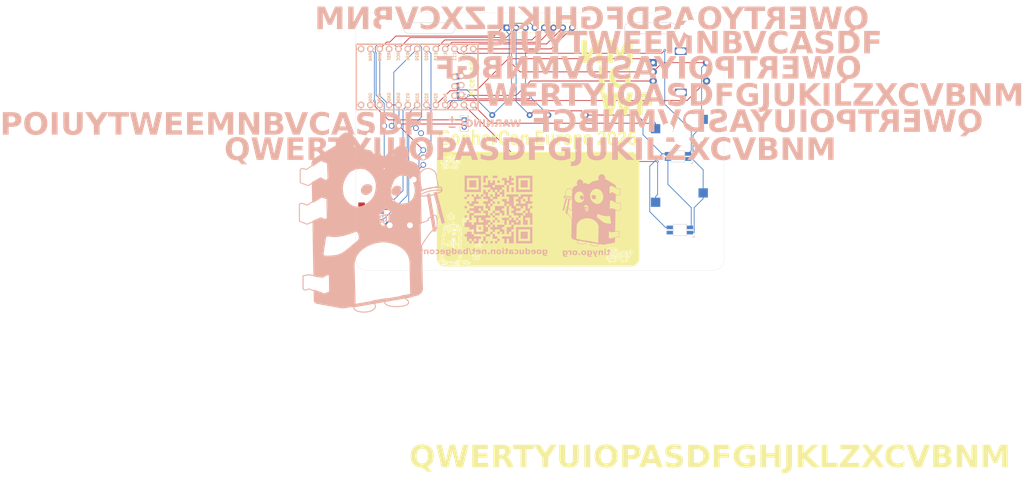
<source format=kicad_pcb>
(kicad_pcb
	(version 20241229)
	(generator "pcbnew")
	(generator_version "9.0")
	(general
		(thickness 1.6)
		(legacy_teardrops no)
	)
	(paper "A4")
	(layers
		(0 "F.Cu" signal)
		(2 "B.Cu" signal)
		(9 "F.Adhes" user "F.Adhesive")
		(11 "B.Adhes" user "B.Adhesive")
		(13 "F.Paste" user)
		(15 "B.Paste" user)
		(5 "F.SilkS" user "F.Silkscreen")
		(7 "B.SilkS" user "B.Silkscreen")
		(1 "F.Mask" user)
		(3 "B.Mask" user)
		(17 "Dwgs.User" user "User.Drawings")
		(19 "Cmts.User" user "User.Comments")
		(21 "Eco1.User" user "User.Eco1")
		(23 "Eco2.User" user "User.Eco2")
		(25 "Edge.Cuts" user)
		(27 "Margin" user)
		(31 "F.CrtYd" user "F.Courtyard")
		(29 "B.CrtYd" user "B.Courtyard")
		(35 "F.Fab" user)
		(33 "B.Fab" user)
		(39 "User.1" user)
		(41 "User.2" user)
		(43 "User.3" user)
		(45 "User.4" user)
	)
	(setup
		(pad_to_mask_clearance 0)
		(allow_soldermask_bridges_in_footprints no)
		(tenting front back)
		(pcbplotparams
			(layerselection 0x00000000_00000000_55555555_5755f5ff)
			(plot_on_all_layers_selection 0x00000000_00000000_00000000_00000000)
			(disableapertmacros no)
			(usegerberextensions yes)
			(usegerberattributes yes)
			(usegerberadvancedattributes yes)
			(creategerberjobfile yes)
			(dashed_line_dash_ratio 12.000000)
			(dashed_line_gap_ratio 3.000000)
			(svgprecision 4)
			(plotframeref no)
			(mode 1)
			(useauxorigin no)
			(hpglpennumber 1)
			(hpglpenspeed 20)
			(hpglpendiameter 15.000000)
			(pdf_front_fp_property_popups yes)
			(pdf_back_fp_property_popups yes)
			(pdf_metadata yes)
			(pdf_single_document no)
			(dxfpolygonmode yes)
			(dxfimperialunits yes)
			(dxfusepcbnewfont yes)
			(psnegative no)
			(psa4output no)
			(plot_black_and_white yes)
			(sketchpadsonfab no)
			(plotpadnumbers no)
			(hidednponfab no)
			(sketchdnponfab yes)
			(crossoutdnponfab yes)
			(subtractmaskfromsilk no)
			(outputformat 1)
			(mirror no)
			(drillshape 0)
			(scaleselection 1)
			(outputdirectory "gerbers/")
		)
	)
	(net 0 "")
	(net 1 "GND")
	(net 2 "BUZZER")
	(net 3 "3V3")
	(net 4 "Net-(LED1-DOUT)")
	(net 5 "SK6812MINI-E")
	(net 6 "unconnected-(LED2-DOUT-Pad2)")
	(net 7 "SCL")
	(net 8 "SDA")
	(net 9 "ROT_BTN")
	(net 10 "ROT_A")
	(net 11 "ROT_B")
	(net 12 "VR_X")
	(net 13 "VR_Y")
	(net 14 "SW_1")
	(net 15 "SW_2")
	(net 16 "BLK")
	(net 17 "DC")
	(net 18 "BATIN")
	(net 19 "RES")
	(net 20 "CS")
	(net 21 "unconnected-(U1-RST-Pad22)")
	(net 22 "unconnected-(U1-RX1{slash}P0.08-Pad2)")
	(net 23 "unconnected-(U1-TX0{slash}P0.06-Pad1)")
	(net 24 "unconnected-(U1-P0.11-Pad10)")
	(net 25 "unconnected-(U1-P1.07-Pad33)")
	(net 26 "SCK")
	(net 27 "SDO")
	(net 28 "unconnected-(U2-SW-a-Pad7)")
	(net 29 "unconnected-(U2-SW-b-Pad8)")
	(footprint "sglib:buzzer 5.5mm" (layer "F.Cu") (at 41.954 75.224))
	(footprint "foostan/kbd:M2_HOLE_v2" (layer "F.Cu") (at 39 86))
	(footprint "Rotary_Encoder:RotaryEncoder_Alps_EC11E-Switch_Vertical_H20mm" (layer "F.Cu") (at 110.75 33.5))
	(footprint "Connector_JST:JST_SH_SM04B-SRSS-TB_1x04-1MP_P1.00mm_Horizontal" (layer "F.Cu") (at 33.4472 74.924 -90))
	(footprint "foostan/kbd:CherryMX_Hotswap" (layer "F.Cu") (at 118.5 74))
	(footprint "sglib:strap_hole" (layer "F.Cu") (at 109.982 24.13))
	(footprint "Resistor_THT:R_Axial_DIN0207_L6.3mm_D2.5mm_P10.16mm_Horizontal" (layer "F.Cu") (at 77.216 47.752 180))
	(footprint "foostan/kbd:M2_HOLE_v2" (layer "F.Cu") (at 121 86))
	(footprint "foostan/kbd:CherryMX_Hotswap" (layer "F.Cu") (at 118.5 54))
	(footprint "gophers:nice_nano" (layer "F.Cu") (at 47.93 37.38))
	(footprint "sglib:strap_hole" (layer "F.Cu") (at 49.982 24.13))
	(footprint "Connector_PinHeader_2.54mm:PinHeader_1x08_P2.54mm_Vertical" (layer "F.Cu") (at 71 24 90))
	(footprint "foostan/kbd:M2_HOLE_v2" (layer "F.Cu") (at 39 24))
	(footprint "sglib:FJ08K-S" (layer "F.Cu") (at 39.719 59.281))
	(footprint "foostan/kbd:M2_HOLE_v2" (layer "F.Cu") (at 121 24))
	(footprint "Resistor_THT:R_Axial_DIN0207_L6.3mm_D2.5mm_P10.16mm_Horizontal" (layer "F.Cu") (at 92.456 47.752 180))
	(footprint "Connector_PinHeader_2.00mm:PinHeader_2x01_P2.00mm_Vertical" (layer "B.Cu") (at 59.436 49.054 -90))
	(footprint "foostan/kbd:YS-SK6812MINI-E" (layer "B.Cu") (at 117.5 59 180))
	(footprint "foostan/kbd:YS-SK6812MINI-E" (layer "B.Cu") (at 118 79 180))
	(gr_poly
		(pts
			(xy 53.426639 85.492714) (xy 53.426635 85.492704) (xy 53.426673 85.492704)
		)
		(stroke
			(width 0)
			(type solid)
		)
		(fill yes)
		(layer "F.SilkS")
		(uuid "18e20d26-18e2-4d26-98e2-0d2618e20d26")
	)
	(gr_poly
		(pts
			(xy 55.931453 88.925603) (xy 55.907162 88.925603) (xy 55.919562 88.889432)
		)
		(stroke
			(width 0)
			(type solid)
		)
		(fill yes)
		(layer "F.SilkS")
		(uuid "365de7b4-365d-47b4-b65d-e7b4365de7b4")
	)
	(gr_poly
		(pts
			(xy 103.469615 87.464197) (xy 103.46945 87.486525) (xy 103.468957 87.507721) (xy 103.468139 87.52779)
			(xy 103.466999 87.546741) (xy 103.46554 87.564578) (xy 103.463766 87.581308) (xy 103.46168 87.596938)
			(xy 103.459285 87.611475) (xy 103.449481 87.626974) (xy 103.443192 87.614726) (xy 103.437048 87.600875)
			(xy 103.431055 87.585426) (xy 103.425216 87.568383) (xy 103.419535 87.549749) (xy 103.414018 87.529529)
			(xy 103.408668 87.507727) (xy 103.403491 87.484346) (xy 103.411035 87.481895) (xy 103.41841 87.479623)
			(xy 103.425619 87.477523) (xy 103.432666 87.475588) (xy 103.439553 87.473812) (xy 103.446286 87.472187)
			(xy 103.452867 87.470707) (xy 103.4593 87.469366) (xy 103.459944 87.468747) (xy 103.46059 87.468166)
			(xy 103.461236 87.467624) (xy 103.461884 87.467119) (xy 103.462532 87.466654) (xy 103.46318 87.466227)
			(xy 103.463828 87.465839) (xy 103.464476 87.465491) (xy 103.465124 87.465183) (xy 103.465771 87.464915)
			(xy 103.466418 87.464688) (xy 103.467063 87.464501) (xy 103.467707 87.464355) (xy 103.46835 87.46425)
			(xy 103.468991 87.464187) (xy 103.46963 87.464166)
		)
		(stroke
			(width 0)
			(type solid)
		)
		(fill yes)
		(layer "F.SilkS")
		(uuid "d203d2e6-d203-42e6-9203-d2e6d203d2e6")
	)
	(gr_poly
		(pts
			(xy 102.433237 87.519962) (xy 102.434441 87.520025) (xy 102.4356 87.520129) (xy 102.436715 87.520275)
			(xy 102.437787 87.520462) (xy 102.438817 87.52069) (xy 102.439805 87.520958) (xy 102.440753 87.521266)
			(xy 102.441661 87.521614) (xy 102.44253 87.522002) (xy 102.443361 87.522428) (xy 102.444155 87.522894)
			(xy 102.444913 87.523398) (xy 102.445636 87.523941) (xy 102.446324 87.524522) (xy 102.446978 87.52514)
			(xy 102.444335 87.535217) (xy 102.441494 87.545097) (xy 102.438453 87.55478) (xy 102.435214 87.564266)
			(xy 102.431776 87.573553) (xy 102.428139 87.582643) (xy 102.424303 87.591535) (xy 102.420268 87.600228)
			(xy 102.416034 87.608723) (xy 102.411602 87.617019) (xy 102.406971 87.625115) (xy 102.40214 87.633012)
			(xy 102.397111 87.640709) (xy 102.391884 87.648206) (xy 102.386457 87.655503) (xy 102.380832 87.662599)
			(xy 102.378288 87.665735) (xy 102.375742 87.668783) (xy 102.373193 87.671746) (xy 102.370643 87.674622)
			(xy 102.368091 87.677415) (xy 102.365538 87.680125) (xy 102.362983 87.682753) (xy 102.360429 87.6853)
			(xy 102.357874 87.687768) (xy 102.355319 87.690157) (xy 102.352765 87.692469) (xy 102.350211 87.694705)
			(xy 102.347659 87.696866) (xy 102.345109 87.698953) (xy 102.34256 87.700967) (xy 102.340014 87.702909)
			(xy 102.334811 87.708108) (xy 102.33533 87.702909) (xy 102.337497 87.694446) (xy 102.340181 87.68559)
			(xy 102.34338 87.67634) (xy 102.347096 87.666695) (xy 102.351327 87.656656) (xy 102.356075 87.646221)
			(xy 102.361339 87.63539) (xy 102.36712 87.624162) (xy 102.380231 87.600513) (xy 102.395409 87.575269)
			(xy 102.412656 87.548425) (xy 102.431971 87.519975) (xy 102.431987 87.519941)
		)
		(stroke
			(width 0)
			(type solid)
		)
		(fill yes)
		(layer "F.SilkS")
		(uuid "b290c1c0-d012-4aa2-9203-d2e6d203d2e6")
	)
	(gr_poly
		(pts
			(xy 102.909057 86.277036) (xy 102.908387 86.281193) (xy 102.907577 86.285231) (xy 102.906627 86.289151)
			(xy 102.905537 86.292953) (xy 102.904307 86.296637) (xy 102.902936 86.300202) (xy 102.901427 86.303648)
			(xy 102.899777 86.306976) (xy 102.897988 86.310186) (xy 102.89606 86.313276) (xy 102.893992 86.316248)
			(xy 102.891784 86.319101) (xy 102.889438 86.321834) (xy 102.886952 86.324449) (xy 102.884327 86.326945)
			(xy 102.881564 86.329321) (xy 102.878661 86.331578) (xy 102.87562 86.333715) (xy 102.872439 86.335733)
			(xy 102.869121 86.337631) (xy 102.865663 86.33941) (xy 102.862067 86.341069) (xy 102.858333 86.342608)
			(xy 102.85446 86.344027) (xy 102.846301 86.346505) (xy 102.837589 86.348503) (xy 102.828326 86.350019)
			(xy 102.824253 86.350888) (xy 102.820302 86.351585) (xy 102.816473 86.352112) (xy 102.812765 86.352468)
			(xy 102.809178 86.352654) (xy 102.805711 86.352669) (xy 102.802366 86.352514) (xy 102.799141 86.352189)
			(xy 102.796037 86.351694) (xy 102.793053 86.351029) (xy 102.79019 86.350194) (xy 102.787446 86.349189)
			(xy 102.784822 86.348016) (xy 102.782318 86.346672) (xy 102.779933 86.34516) (xy 102.777668 86.343478)
			(xy 102.775522 86.341628) (xy 102.773495 86.339608) (xy 102.771586 86.33742) (xy 102.769797 86.335064)
			(xy 102.768126 86.332539) (xy 102.766574 86.329846) (xy 102.765139 86.326984) (xy 102.763823 86.323955)
			(xy 102.762625 86.320758) (xy 102.761544 86.317393) (xy 102.760581 86.31386) (xy 102.759736 86.31016)
			(xy 102.759008 86.306292) (xy 102.758397 86.302258) (xy 102.757903 86.298056) (xy 102.757525 86.293687)
			(xy 102.776595 86.293295) (xy 102.795652 86.292116) (xy 102.814702 86.290148) (xy 102.833747 86.287388)
			(xy 102.852792 86.283833) (xy 102.871841 86.27948) (xy 102.890898 86.274327) (xy 102.909968 86.268369)
			(xy 102.909976 86.268369)
		)
		(stroke
			(width 0)
			(type solid)
		)
		(fill yes)
		(layer "F.SilkS")
		(uuid "d203d2e6-d203-42e6-9203-d2e6d203d2e6")
	)
	(gr_poly
		(pts
			(xy 57.619294 77.771938) (xy 57.637561 77.773042) (xy 57.655358 77.774935) (xy 57.672726 77.777636)
			(xy 57.689707 77.781162) (xy 57.706344 77.785531) (xy 57.722678 77.790762) (xy 57.738753 77.796872)
			(xy 57.754609 77.803881) (xy 57.770289 77.811805) (xy 57.785835 77.820664) (xy 57.80129 77.830476)
			(xy 57.816695 77.841258) (xy 57.832092 77.853029) (xy 57.847524 77.865807) (xy 57.863032 77.87961)
			(xy 57.879015 77.894487) (xy 57.893575 77.908367) (xy 57.906423 77.920943) (xy 57.912115 77.926645)
			(xy 57.91727 77.931907) (xy 57.921853 77.936689) (xy 57.925827 77.940952) (xy 57.929156 77.94466)
			(xy 57.931804 77.947773) (xy 57.933735 77.950252) (xy 57.93442 77.951242) (xy 57.934913 77.95206)
			(xy 57.935208 77.9527) (xy 57.935301 77.953158) (xy 57.935187 77.953429) (xy 57.934863 77.953508)
			(xy 57.931475 77.952938) (xy 57.925013 77.951489) (xy 57.904383 77.946337) (xy 57.875997 77.938828)
			(xy 57.842883 77.929739) (xy 57.823127 77.925059) (xy 57.798952 77.920681) (xy 57.771293 77.916698)
			(xy 57.741084 77.913203) (xy 57.70926 77.91029) (xy 57.676755 77.908051) (xy 57.644503 77.906579)
			(xy 57.61344 77.905969) (xy 57.467194 77.90497) (xy 57.467194 77.848638) (xy 57.467495 77.837504)
			(xy 57.468457 77.827442) (xy 57.470167 77.818404) (xy 57.47133 77.814253) (xy 57.472713 77.810339)
			(xy 57.474328 77.806657) (xy 57.476184 77.8032) (xy 57.478293 77.799961) (xy 57.480667 77.796936)
			(xy 57.483316 77.794117) (xy 57.48625 77.791498) (xy 57.489482 77.789074) (xy 57.493022 77.786838)
			(xy 57.496881 77.784784) (xy 57.501069 77.782906) (xy 57.505599 77.781198) (xy 57.510481 77.779653)
			(xy 57.521344 77.77703) (xy 57.533748 77.774987) (xy 57.547779 77.773475) (xy 57.563527 77.772446)
			(xy 57.581077 77.77185) (xy 57.60052 77.771638) (xy 57.600514 77.771604)
		)
		(stroke
			(width 0)
			(type solid)
		)
		(fill yes)
		(layer "F.SilkS")
		(uuid "18e20d26-18e2-4d26-98e2-0d2618e20d26")
	)
	(gr_poly
		(pts
			(xy 55.447781 87.817883) (xy 55.450602 87.818044) (xy 55.45338 87.818314) (xy 55.456092 87.818691)
			(xy 55.458716 87.819176) (xy 55.46123 87.81977) (xy 55.463613 87.82047) (xy 55.465844 87.821279)
			(xy 55.467752 87.82213) (xy 55.469174 87.822957) (xy 55.469707 87.823359) (xy 55.470123 87.823753)
			(xy 55.470424 87.82414) (xy 55.47061 87.824517) (xy 55.470684 87.824885) (xy 55.470647 87.825243)
			(xy 55.4705 87.825591) (xy 55.470245 87.825927) (xy 55.469883 87.826252) (xy 55.469416 87.826566)
			(xy 55.468171 87.827155) (xy 55.466523 87.82769) (xy 55.464482 87.828166) (xy 55.462061 87.828581)
			(xy 55.459271 87.82893) (xy 55.456123 87.829208) (xy 55.45263 87.829412) (xy 55.448803 87.829537)
			(xy 55.444653 87.82958) (xy 55.44051 87.829537) (xy 55.438563 87.829485) (xy 55.436701 87.829412)
			(xy 55.434924 87.82932) (xy 55.433235 87.829208) (xy 55.431634 87.829078) (xy 55.430123 87.82893)
			(xy 55.428703 87.828764) (xy 55.427375 87.828581) (xy 55.42614 87.828382) (xy 55.425 87.828166) (xy 55.423956 87.827936)
			(xy 55.423009 87.82769) (xy 55.42216 87.827429) (xy 55.421411 87.827155) (xy 55.420763 87.826867)
			(xy 55.420216 87.826566) (xy 55.419774 87.826252) (xy 55.419435 87.825927) (xy 55.419306 87.82576)
			(xy 55.419203 87.825591) (xy 55.419127 87.825418) (xy 55.419077 87.825243) (xy 55.419055 87.825065)
			(xy 55.41906 87.824885) (xy 55.419093 87.824702) (xy 55.419152 87.824517) (xy 55.41924 87.824329)
			(xy 55.419356 87.82414) (xy 55.419671 87.823753) (xy 55.420099 87.823359) (xy 55.420642 87.822957)
			(xy 55.421301 87.822547) (xy 55.422076 87.82213) (xy 55.42297 87.821708) (xy 55.423983 87.821279)
			(xy 55.426225 87.82047) (xy 55.428617 87.81977) (xy 55.43114 87.819176) (xy 55.43377 87.818691) (xy 55.436487 87.818314)
			(xy 55.439268 87.818044) (xy 55.442092 87.817883) (xy 55.444937 87.817829)
		)
		(stroke
			(width 0)
			(type solid)
		)
		(fill yes)
		(layer "F.SilkS")
		(uuid "6d476403-c09e-4ef5-98e2-0d2618e20d26")
	)
	(gr_poly
		(pts
			(xy 60.012715 87.907057) (xy 60.014849 87.909168) (xy 60.017541 87.913271) (xy 60.02446 87.927089)
			(xy 60.033189 87.947787) (xy 60.043445 87.97464) (xy 60.054946 88.006922) (xy 60.067407 88.043909)
			(xy 60.080546 88.084875) (xy 60.116549 88.199172) (xy 60.147357 88.295578) (xy 60.173368 88.375256)
			(xy 60.19498 88.439367) (xy 60.212591 88.489074) (xy 60.22002 88.50889) (xy 60.226598 88.52554) (xy 60.232375 88.539171)
			(xy 60.2374 88.549927) (xy 60.241723 88.557954) (xy 60.245394 88.563398) (xy 60.248708 88.566205)
			(xy 60.254071 88.568785) (xy 60.26161 88.571143) (xy 60.271447 88.573286) (xy 60.298512 88.576954)
			(xy 60.336257 88.57984) (xy 60.385672 88.581995) (xy 60.447748 88.58347) (xy 60.613847 88.584589)
			(xy 60.965764 88.584589) (xy 60.791613 88.710161) (xy 60.720672 88.761244) (xy 60.656297 88.80731)
			(xy 60.605578 88.843301) (xy 60.575606 88.864156) (xy 60.564423 88.871897) (xy 60.553827 88.8796)
			(xy 60.543702 88.887277) (xy 60.53393 88.894938) (xy 60.496026 88.925657) (xy 59.535361 88.925657)
			(xy 59.484669 88.885203) (xy 59.422581 88.837865) (xy 59.346992 88.782229) (xy 59.255791 88.716882)
			(xy 59.080607 88.592859) (xy 59.42529 88.588159) (xy 59.513517 88.586742) (xy 59.587605 88.584944)
			(xy 59.619639 88.58388) (xy 59.648488 88.582696) (xy 59.67427 88.581382) (xy 59.697101 88.579929)
			(xy 59.717098 88.578331) (xy 59.734378 88.576577) (xy 59.749057 88.574659) (xy 59.761254 88.57257)
			(xy 59.771083 88.570299) (xy 59.775147 88.569094) (xy 59.778663 88.56784) (xy 59.781646 88.566536)
			(xy 59.78411 88.565182) (xy 59.78607 88.563777) (xy 59.787541 88.562318) (xy 59.79277 88.552238)
			(xy 59.801617 88.530847) (xy 59.828055 88.460313) (xy 59.901157 88.25151) (xy 59.973132 88.034814)
			(xy 59.998162 87.954413) (xy 60.010266 87.909128) (xy 60.010266 87.909174) (xy 60.011176 87.907029)
			(xy 60.011869 87.906777)
		)
		(stroke
			(width 0)
			(type solid)
		)
		(fill yes)
		(layer "F.SilkS")
		(uuid "365de7b4-365d-47b4-b65d-e7b4365de7b4")
	)
	(gr_poly
		(pts
			(xy 53.716079 88.225389) (xy 53.716084 88.225359) (xy 53.716519 88.225495) (xy 53.716657 88.225595)
			(xy 53.716744 88.225717) (xy 53.716779 88.22586) (xy 53.716763 88.226025) (xy 53.716578 88.226421)
			(xy 53.716193 88.226905) (xy 53.71561 88.227478) (xy 53.714833 88.22814) (xy 53.713863 88.228893)
			(xy 53.71136 88.230675) (xy 53.708123 88.232829) (xy 53.704177 88.235361) (xy 53.699544 88.238279)
			(xy 53.691852 88.243433) (xy 53.682266 88.250382) (xy 53.671161 88.25882) (xy 53.658913 88.268444)
			(xy 53.645899 88.278948) (xy 53.632493 88.290029) (xy 53.619073 88.301381) (xy 53.606013 88.3127)
			(xy 53.591368 88.325319) (xy 53.578164 88.33621) (xy 53.566449 88.345378) (xy 53.556275 88.352826)
			(xy 53.547691 88.358558) (xy 53.544011 88.360782) (xy 53.540746 88.362579) (xy 53.537904 88.363949)
			(xy 53.535491 88.364893) (xy 53.533512 88.365411) (xy 53.531975 88.365504) (xy 53.530884 88.365173)
			(xy 53.530509 88.364848) (xy 53.530247 88.364417) (xy 53.53007 88.363238) (xy 53.530358 88.361635)
			(xy 53.531119 88.35961) (xy 53.532358 88.357163) (xy 53.534081 88.354295) (xy 53.536296 88.351006)
			(xy 53.542221 88.343166) (xy 53.550184 88.333649) (xy 53.560235 88.322458) (xy 53.572423 88.309598)
			(xy 53.578392 88.30363) (xy 53.584715 88.29766) (xy 53.591338 88.291726) (xy 53.598206 88.285867)
			(xy 53.605265 88.28012) (xy 53.612459 88.274523) (xy 53.619735 88.269115) (xy 53.627039 88.263934)
			(xy 53.634315 88.259016) (xy 53.641509 88.254402) (xy 53.648567 88.250127) (xy 53.655435 88.246231)
			(xy 53.662057 88.242751) (xy 53.66838 88.239725) (xy 53.674349 88.237192) (xy 53.679909 88.235189)
			(xy 53.68748 88.232766) (xy 53.694169 88.230676) (xy 53.69998 88.228924) (xy 53.704921 88.227514)
			(xy 53.707066 88.226939) (xy 53.708995 88.226451) (xy 53.710709 88.226051) (xy 53.712209 88.225739)
			(xy 53.713495 88.225517) (xy 53.714569 88.225384) (xy 53.715429 88.225341)
		)
		(stroke
			(width 0)
			(type solid)
		)
		(fill yes)
		(layer "F.SilkS")
		(uuid "6d476403-6d47-4403-ad47-64036d476403")
	)
	(gr_poly
		(pts
			(xy 56.522578 81.798822) (xy 56.524494 81.798923) (xy 56.526412 81.799222) (xy 56.528327 81.799713)
			(xy 56.530237 81.800387) (xy 56.532136 81.80124) (xy 56.53402 81.802264) (xy 56.535886 81.803452)
			(xy 56.537729 81.804798) (xy 56.541331 81.807937) (xy 56.544792 81.811626) (xy 56.54808 81.815813)
			(xy 56.551162 81.820443) (xy 56.554005 81.825464) (xy 56.556575 81.830821) (xy 56.558841 81.836461)
			(xy 56.560768 81.84233) (xy 56.562325 81.848376) (xy 56.563477 81.854544) (xy 56.564193 81.86078)
			(xy 56.564439 81.867033) (xy 56.564389 81.868803) (xy 56.564238 81.870456) (xy 56.563987 81.871991)
			(xy 56.563635 81.873408) (xy 56.563182 81.874708) (xy 56.562627 81.87589) (xy 56.561969 81.876954)
			(xy 56.561209 81.8779) (xy 56.560346 81.878728) (xy 56.55938 81.879438) (xy 56.55831 81.880029) (xy 56.557136 81.880502)
			(xy 56.555857 81.880856) (xy 56.554474 81.881092) (xy 56.552985 81.881208) (xy 56.551391 81.881207)
			(xy 56.549691 81.881086) (xy 56.547884 81.880846) (xy 56.54395 81.880008) (xy 56.539586 81.878693)
			(xy 56.534789 81.8769) (xy 56.529556 81.874628) (xy 56.523883 81.871877) (xy 56.517769 81.868644)
			(xy 56.511208 81.864931) (xy 56.508388 81.86314) (xy 56.505797 81.861189) (xy 56.503433 81.859092)
			(xy 56.501292 81.856863) (xy 56.499374 81.854517) (xy 56.497674 81.852068) (xy 56.496192 81.849529)
			(xy 56.494924 81.846917) (xy 56.493868 81.844243) (xy 56.493022 81.841523) (xy 56.492383 81.838772)
			(xy 56.491949 81.836002) (xy 56.491718 81.833229) (xy 56.491686 81.830467) (xy 56.491853 81.827729)
			(xy 56.492214 81.82503) (xy 56.492768 81.822385) (xy 56.493513 81.819807) (xy 56.494445 81.817312)
			(xy 56.495564 81.814912) (xy 56.496865 81.812622) (xy 56.498347 81.810457) (xy 56.500007 81.80843)
			(xy 56.501844 81.806557) (xy 56.503853 81.80485) (xy 56.506034 81.803325) (xy 56.508384 81.801996)
			(xy 56.5109 81.800876) (xy 56.51358 81.79998) (xy 56.516421 81.799323) (xy 56.519421 81.798918) (xy 56.522578 81.79878)
		)
		(stroke
			(width 0)
			(type solid)
		)
		(fill yes)
		(layer "F.SilkS")
		(uuid "18e20d26-18e2-4d26-98e2-0d2618e20d26")
	)
	(gr_poly
		(pts
			(xy 104.009137 86.158005) (xy 104.009074 86.159271) (xy 104.008969 86.160532) (xy 104.008823 86.161791)
			(xy 104.008636 86.163047) (xy 104.008409 86.164302) (xy 104.008141 86.165556) (xy 104.007832 86.166809)
			(xy 104.007484 86.168063) (xy 104.007096 86.169317) (xy 104.006669 86.170573) (xy 104.006203 86.171831)
			(xy 104.005698 86.173092) (xy 104.005155 86.174356) (xy 104.004574 86.175624) (xy 104.003955 86.176897)
			(xy 104.0021 86.178824) (xy 104.00036 86.180792) (xy 103.998736 86.182801) (xy 103.997229 86.184851)
			(xy 103.995839 86.186941) (xy 103.994567 86.189071) (xy 103.993413 86.191242) (xy 103.992378 86.193452)
			(xy 103.991463 86.195702) (xy 103.990667 86.197992) (xy 103.989993 86.200322) (xy 103.98944 86.20269)
			(xy 103.989008 86.205098) (xy 103.988699 86.207545) (xy 103.988514 86.210032) (xy 103.988452 86.212556)
			(xy 103.988473 86.2132) (xy 103.988536 86.213845) (xy 103.98864 86.214492) (xy 103.988786 86.215139)
			(xy 103.988973 86.215787) (xy 103.989201 86.216436) (xy 103.989469 86.217084) (xy 103.989777 86.217733)
			(xy 103.990126 86.218381) (xy 103.990513 86.219029) (xy 103.99094 86.219675) (xy 103.991406 86.220321)
			(xy 103.991911 86.220965) (xy 103.992454 86.221608) (xy 103.993036 86.222248) (xy 103.993655 86.222887)
			(xy 103.973506 86.263196) (xy 103.969608 86.27079) (xy 103.965547 86.278308) (xy 103.961322 86.28575)
			(xy 103.956934 86.293116) (xy 103.952384 86.300405) (xy 103.947673 86.307617) (xy 103.942802 86.314751)
			(xy 103.937771 86.321806) (xy 103.93258 86.328781) (xy 103.927232 86.335676) (xy 103.921726 86.342491)
			(xy 103.916062 86.349225) (xy 103.910243 86.355876) (xy 103.904269 86.362445) (xy 103.898139 86.368931)
			(xy 103.891856 86.375333) (xy 103.891772 86.361582) (xy 103.891521 86.348309) (xy 103.891107 86.335516)
			(xy 103.89053 86.3232) (xy 103.889794 86.311362) (xy 103.888901 86.3) (xy 103.887853 86.289114) (xy 103.886653 86.278703)
			(xy 103.896076 86.266902) (xy 103.905269 86.255659) (xy 103.91423 86.244975) (xy 103.922958 86.23485)
			(xy 103.931451 86.225282) (xy 103.93971 86.216272) (xy 103.947732 86.207819) (xy 103.955518 86.199923)
			(xy 103.963064 86.192583) (xy 103.970372 86.185799) (xy 103.977438 86.17957) (xy 103.984264 86.173897)
			(xy 103.990846 86.168778) (xy 103.997185 86.164214) (xy 104.003279 86.160204) (xy 104.009127 86.156747)
			(xy 104.009158 86.156736)
		)
		(stroke
			(width 0)
			(type solid)
		)
		(fill yes)
		(layer "F.SilkS")
		(uuid "d203d2e6-d203-42e6-9203-d2e6d203d2e6")
	)
	(gr_poly
		(pts
			(xy 53.42702 85.493677) (xy 53.427351 85.496539) (xy 53.427843 85.507542) (xy 53.428123 85.547963)
			(xy 53.427408 85.607779) (xy 53.425635 85.680807) (xy 53.424955 85.791443) (xy 53.428688 85.913773)
			(xy 53.436433 86.043679) (xy 53.447786 86.177041) (xy 53.462345 86.309739) (xy 53.479708 86.437654)
			(xy 53.499473 86.556668) (xy 53.521235 86.66266) (xy 53.525743 86.680809) (xy 53.531923 86.70362)
			(xy 53.548215 86.759555) (xy 53.567942 86.82311) (xy 53.588935 86.886934) (xy 53.599033 86.916973)
			(xy 53.608297 86.945172) (xy 53.616531 86.970899) (xy 53.623541 86.993525) (xy 53.629132 87.012419)
			(xy 53.63311 87.026952) (xy 53.634432 87.032386) (xy 53.635279 87.036494) (xy 53.635625 87.039196)
			(xy 53.635602 87.039996) (xy 53.635445 87.040414) (xy 53.634148 87.040832) (xy 53.631814 87.040592)
			(xy 53.624267 87.038267) (xy 53.613273 87.033703) (xy 53.599298 87.027163) (xy 53.564277 87.009213)
			(xy 53.522945 86.986524) (xy 53.479043 86.961205) (xy 53.436309 86.935365) (xy 53.398485 86.911112)
			(xy 53.382583 86.900239) (xy 53.369311 86.890554) (xy 53.352758 86.877098) (xy 53.334925 86.861085)
			(xy 53.316044 86.842803) (xy 53.296347 86.822541) (xy 53.276064 86.800587) (xy 53.255427 86.777228)
			(xy 53.234666 86.752755) (xy 53.214014 86.727453) (xy 53.193701 86.701613) (xy 53.173959 86.675522)
			(xy 53.155019 86.649468) (xy 53.137112 86.62374) (xy 53.120469 86.598626) (xy 53.105322 86.574415)
			(xy 53.091902 86.551394) (xy 53.080439 86.529851) (xy 53.075535 86.519715) (xy 53.070741 86.509063)
			(xy 53.066076 86.497965) (xy 53.061562 86.486495) (xy 53.053069 86.462723) (xy 53.045429 86.43832)
			(xy 53.038805 86.41386) (xy 53.035927 86.401789) (xy 53.033366 86.389918) (xy 53.031141 86.378321)
			(xy 53.029275 86.367068) (xy 53.027788 86.356232) (xy 53.0267 86.345884) (xy 53.024852 86.302854)
			(xy 53.026565 86.257755) (xy 53.031722 86.210861) (xy 53.040209 86.162441) (xy 53.051912 86.112769)
			(xy 53.066715 86.062116) (xy 53.084504 86.010754) (xy 53.105163 85.958954) (xy 53.128579 85.906989)
			(xy 53.154636 85.855131) (xy 53.183219 85.80365) (xy 53.214214 85.75282) (xy 53.247506 85.702911)
			(xy 53.282979 85.654196) (xy 53.32052 85.606946) (xy 53.360013 85.561433) (xy 53.372671 85.54758)
			(xy 53.384634 85.534679) (xy 53.395632 85.523007) (xy 53.405395 85.512838) (xy 53.413651 85.504448)
			(xy 53.42013 85.498112) (xy 53.422618 85.4958) (xy 53.424561 85.494105) (xy 53.425923 85.493062)
			(xy 53.426377 85.492795) (xy 53.426639 85.492714)
		)
		(stroke
			(width 0)
			(type solid)
		)
		(fill yes)
		(layer "F.SilkS")
		(uuid "18e20d26-18e2-4d26-98e2-0d2618e20d26")
	)
	(gr_poly
		(pts
			(xy 58.09388 78.663263) (xy 58.095198 78.663416) (xy 58.096508 78.663687) (xy 58.097809 78.664076)
			(xy 58.099098 78.664579) (xy 58.100371 78.665194) (xy 58.101626 78.66592) (xy 58.10286 78.666754)
			(xy 58.10407 78.667693) (xy 58.105253 78.668736) (xy 58.107527 78.671125) (xy 58.10966 78.673902)
			(xy 58.111628 78.677049) (xy 58.113408 78.680549) (xy 58.114977 78.684385) (xy 58.116313 78.688539)
			(xy 58.117391 78.692993) (xy 58.11819 78.69773) (xy 58.118687 78.702733) (xy 58.118857 78.707983)
			(xy 58.118835 78.70964) (xy 58.11877 78.711278) (xy 58.118663 78.712894) (xy 58.118514 78.714486)
			(xy 58.118326 78.716052) (xy 58.118098 78.71759) (xy 58.117832 78.719097) (xy 58.117529 78.720571)
			(xy 58.11719 78.72201) (xy 58.116816 78.723413) (xy 58.116408 78.724776) (xy 58.115968 78.726098)
			(xy 58.115495 78.727376) (xy 58.114991 78.728609) (xy 58.114457 78.729794) (xy 58.113895 78.730929)
			(xy 58.113305 78.732012) (xy 58.112688 78.733041) (xy 58.112045 78.734014) (xy 58.111377 78.734927)
			(xy 58.110686 78.735781) (xy 58.109972 78.736571) (xy 58.109236 78.737296) (xy 58.108479 78.737954)
			(xy 58.107703 78.738543) (xy 58.106909 78.73906) (xy 58.106096 78.739504) (xy 58.105268 78.739871)
			(xy 58.104423 78.740161) (xy 58.103565 78.740371) (xy 58.102692 78.740498) (xy 58.101807 78.740541)
			(xy 58.099714 78.740416) (xy 58.097657 78.740048) (xy 58.095644 78.739449) (xy 58.093677 78.738631)
			(xy 58.091763 78.737605) (xy 58.089904 78.736383) (xy 58.088107 78.734978) (xy 58.086375 78.7334)
			(xy 58.084713 78.731662) (xy 58.083126 78.729775) (xy 58.081618 78.727751) (xy 58.080195 78.725602)
			(xy 58.077619 78.720975) (xy 58.075434 78.715987) (xy 58.073677 78.710734) (xy 58.072387 78.705308)
			(xy 58.071598 78.699804) (xy 58.071404 78.697052) (xy 58.07135 78.694316) (xy 58.071439 78.691608)
			(xy 58.071677 78.688938) (xy 58.072068 78.68632) (xy 58.072618 78.683764) (xy 58.07333 78.681282)
			(xy 58.074209 78.678887) (xy 58.07526 78.676589) (xy 58.076487 78.674402) (xy 58.077236 78.673245)
			(xy 58.078003 78.672154) (xy 58.078787 78.671129) (xy 58.079588 78.670169) (xy 58.080403 78.669274)
			(xy 58.081231 78.668443) (xy 58.082071 78.667676) (xy 58.082922 78.666972) (xy 58.083781 78.66633)
			(xy 58.084647 78.665751) (xy 58.08552 78.665233) (xy 58.086398 78.664777) (xy 58.087279 78.664381)
			(xy 58.088161 78.664046) (xy 58.089044 78.66377) (xy 58.089927 78.663553) (xy 58.089917 78.663541)
			(xy 58.091237 78.663324) (xy 58.092559 78.663232)
		)
		(stroke
			(width 0)
			(type solid)
		)
		(fill yes)
		(layer "F.SilkS")
		(uuid "18e20d26-18e2-4d26-98e2-0d2618e20d26")
	)
	(gr_poly
		(pts
			(xy 54.094029 88.194856) (xy 54.097141 88.194914) (xy 54.100009 88.195027) (xy 54.102622 88.195196)
			(xy 54.104969 88.195422) (xy 54.10604 88.195557) (xy 54.10704 88.195707) (xy 54.107968 88.195872)
			(xy 54.108823 88.196052) (xy 54.109603 88.196247) (xy 54.110307 88.196457) (xy 54.110934 88.196683)
			(xy 54.111481 88.196925) (xy 54.111949 88.197183) (xy 54.112335 88.197456) (xy 54.112638 88.197746)
			(xy 54.112857 88.198051) (xy 54.112935 88.19821) (xy 54.112991 88.198374) (xy 54.113025 88.198541)
			(xy 54.113037 88.198712) (xy 54.113027 88.198888) (xy 54.112995 88.199068) (xy 54.112863 88.19944)
			(xy 54.112639 88.19983) (xy 54.112324 88.200236) (xy 54.111914 88.20066) (xy 54.111409 88.201101)
			(xy 54.093341 88.214333) (xy 54.0529 88.243197) (xy 53.92899 88.330808) (xy 53.894575 88.355274)
			(xy 53.862086 88.378769) (xy 53.832256 88.40073) (xy 53.805818 88.420592) (xy 53.783504 88.43779)
			(xy 53.766048 88.451759) (xy 53.75937 88.457356) (xy 53.754182 88.461934) (xy 53.750574 88.465423)
			(xy 53.748639 88.467752) (xy 53.743857 88.474918) (xy 53.739483 88.480336) (xy 53.737455 88.482409)
			(xy 53.735537 88.484071) (xy 53.73373 88.485329) (xy 53.732038 88.486192) (xy 53.730463 88.486667)
			(xy 53.729007 88.486763) (xy 53.727673 88.486489) (xy 53.726463 88.485853) (xy 53.725379 88.484863)
			(xy 53.724424 88.483527) (xy 53.723601 88.481854) (xy 53.722912 88.479852) (xy 53.721945 88.474894)
			(xy 53.721544 88.468721) (xy 53.721727 88.461398) (xy 53.722514 88.452992) (xy 53.723925 88.44357)
			(xy 53.72598 88.433198) (xy 53.728698 88.421943) (xy 53.732098 88.409872) (xy 53.73768 88.392114)
			(xy 53.74343 88.375395) (xy 53.74937 88.359684) (xy 53.755519 88.34495) (xy 53.761898 88.331163)
			(xy 53.768526 88.318291) (xy 53.775426 88.306303) (xy 53.782615 88.29517) (xy 53.786325 88.289914)
			(xy 53.790116 88.284859) (xy 53.793989 88.280003) (xy 53.797947 88.275341) (xy 53.801993 88.270869)
			(xy 53.80613 88.266584) (xy 53.810359 88.262481) (xy 53.814684 88.258557) (xy 53.819107 88.254808)
			(xy 53.82363 88.25123) (xy 53.828256 88.247819) (xy 53.832988 88.244571) (xy 53.837827 88.241483)
			(xy 53.842778 88.23855) (xy 53.847841 88.23577) (xy 53.85302 88.233137) (xy 53.860522 88.230033)
			(xy 53.870281 88.226861) (xy 53.882018 88.223655) (xy 53.895452 88.220451) (xy 53.926294 88.214188)
			(xy 53.960564 88.208353) (xy 53.996023 88.203225) (xy 54.030428 88.199087) (xy 54.061539 88.196217)
			(xy 54.087115 88.194898) (xy 54.087119 88.194902) (xy 54.090685 88.194853)
		)
		(stroke
			(width 0)
			(type solid)
		)
		(fill yes)
		(layer "F.SilkS")
		(uuid "6d476403-6d47-4403-ad47-64036d476403")
	)
	(gr_poly
		(pts
			(xy 100.472926 87.51481) (xy 100.477709 87.532293) (xy 100.481878 87.549129) (xy 100.485427 87.565321)
			(xy 100.488347 87.580875) (xy 100.490631 87.595793) (xy 100.492272 87.610078) (xy 100.492849 87.616985)
			(xy 100.493262 87.623734) (xy 100.493511 87.630328) (xy 100.493594 87.636766) (xy 100.493519 87.642362)
			(xy 100.493294 87.647701) (xy 100.492919 87.652783) (xy 100.492395 87.657607) (xy 100.49172 87.662175)
			(xy 100.490896 87.666485) (xy 100.489923 87.670538) (xy 100.4888 87.674334) (xy 100.487527 87.677871)
			(xy 100.486105 87.681152) (xy 100.484533 87.684174) (xy 100.482812 87.686939) (xy 100.480942 87.689445)
			(xy 100.478922 87.691694) (xy 100.476753 87.693684) (xy 100.474436 87.695416) (xy 100.471969 87.69689)
			(xy 100.469353 87.698105) (xy 100.466588 87.699062) (xy 100.463674 87.69976) (xy 100.460612 87.700199)
			(xy 100.4574 87.700379) (xy 100.45404 87.700301) (xy 100.450532 87.699963) (xy 100.446874 87.699366)
			(xy 100.443068 87.69851) (xy 100.439114 87.697395) (xy 100.435011 87.69602) (xy 100.43076 87.694386)
			(xy 100.426361 87.692492) (xy 100.421813 87.690338) (xy 100.417117 87.687925) (xy 100.412686 87.685879)
			(xy 100.408295 87.683554) (xy 100.403942 87.680951) (xy 100.39963 87.67807) (xy 100.395356 87.674911)
			(xy 100.391122 87.671473) (xy 100.386928 87.667756) (xy 100.382773 87.663762) (xy 100.378658 87.659489)
			(xy 100.374583 87.654937) (xy 100.370547 87.650108) (xy 100.366552 87.645) (xy 100.362596 87.639614)
			(xy 100.358681 87.633949) (xy 100.354805 87.628007) (xy 100.35097 87.621786) (xy 100.347275 87.614869)
			(xy 100.343818 87.608114) (xy 100.340601 87.601521) (xy 100.337622 87.595088) (xy 100.334883 87.588816)
			(xy 100.332382 87.582704) (xy 100.33012 87.576751) (xy 100.328096 87.570959) (xy 100.326311 87.565325)
			(xy 100.324764 87.55985) (xy 100.323456 87.554534) (xy 100.322385 87.549376) (xy 100.321553 87.544375)
			(xy 100.320958 87.539532) (xy 100.320602 87.534846) (xy 100.320483 87.530317) (xy 100.320518 87.527196)
			(xy 100.320625 87.524194) (xy 100.320805 87.521311) (xy 100.321059 87.518546) (xy 100.321388 87.515901)
			(xy 100.321793 87.513374) (xy 100.322275 87.510966) (xy 100.322836 87.508678) (xy 100.323476 87.506508)
			(xy 100.324197 87.504457) (xy 100.325001 87.502526) (xy 100.325887 87.500713) (xy 100.326858 87.49902)
			(xy 100.327914 87.497447) (xy 100.329056 87.495992) (xy 100.330287 87.494657) (xy 100.332318 87.492749)
			(xy 100.334597 87.490841) (xy 100.337122 87.488934) (xy 100.339892 87.487028) (xy 100.342906 87.485122)
			(xy 100.346162 87.483217) (xy 100.34966 87.481312) (xy 100.353397 87.479407) (xy 100.361587 87.475598)
			(xy 100.370721 87.471789) (xy 100.380788 87.467979) (xy 100.39178 87.464166) (xy 100.457927 87.443494)
		)
		(stroke
			(width 0)
			(type solid)
		)
		(fill yes)
		(layer "F.SilkS")
		(uuid "365de7b4-365d-47b4-b65d-e7b4365de7b4")
	)
	(gr_poly
		(pts
			(xy 55.511579 78.676024) (xy 55.512952 78.676188) (xy 55.514373 78.676473) (xy 55.514376 78.676496)
			(xy 55.515351 78.676753) (xy 55.516345 78.677058) (xy 55.517358 78.677412) (xy 55.51839 78.677817)
			(xy 55.519441 78.678276) (xy 55.520508 78.678789) (xy 55.521591 78.679359) (xy 55.52269 78.679988)
			(xy 55.523803 78.680677) (xy 55.524931 78.681428) (xy 55.526072 78.682244) (xy 55.527225 78.683125)
			(xy 55.52839 78.684074) (xy 55.529566 78.685092) (xy 55.530752 78.686182) (xy 55.531947 78.687345)
			(xy 55.534589 78.690106) (xy 55.536885 78.692751) (xy 55.537904 78.694034) (xy 55.538836 78.695294)
			(xy 55.539682 78.696533) (xy 55.540442 78.697754) (xy 55.541114 78.698957) (xy 55.5417 78.700145)
			(xy 55.542199 78.70132) (xy 55.542611 78.702484) (xy 55.542935 78.703639) (xy 55.543173 78.704788)
			(xy 55.543324 78.705931) (xy 55.543387 78.707072) (xy 55.543363 78.708212) (xy 55.543251 78.709354)
			(xy 55.543052 78.710499) (xy 55.542766 78.711649) (xy 55.542391 78.712807) (xy 55.541929 78.713974)
			(xy 55.541379 78.715152) (xy 55.540742 78.716345) (xy 55.540016 78.717552) (xy 55.539202 78.718778)
			(xy 55.5383 78.720023) (xy 55.537309 78.721289) (xy 55.536231 78.72258) (xy 55.535064 78.723896)
			(xy 55.532464 78.726614) (xy 55.529765 78.729215) (xy 55.528478 78.730365) (xy 55.527232 78.731415)
			(xy 55.526023 78.732364) (xy 55.524852 78.733212) (xy 55.523715 78.733957) (xy 55.522612 78.7346)
			(xy 55.52154 78.735139) (xy 55.520499 78.735575) (xy 55.519486 78.735906) (xy 55.518501 78.736133)
			(xy 55.517541 78.736254) (xy 55.516604 78.736269) (xy 55.51569 78.736177) (xy 55.514796 78.735979)
			(xy 55.513921 78.735673) (xy 55.513063 78.735259) (xy 55.512221 78.734737) (xy 55.511394 78.734105)
			(xy 55.510578 78.733363) (xy 55.509774 78.732512) (xy 55.508979 78.731549) (xy 55.508191 78.730475)
			(xy 55.50741 78.72929) (xy 55.506633 78.727992) (xy 55.505858 78.726581) (xy 55.505085 78.725056)
			(xy 55.503536 78.721665) (xy 55.501973 78.717813) (xy 55.50103 78.715249) (xy 55.500193 78.712747)
			(xy 55.499458 78.710309) (xy 55.498825 78.707938) (xy 55.498291 78.705635) (xy 55.497854 78.703402)
			(xy 55.497512 78.701242) (xy 55.497264 78.699156) (xy 55.497108 78.697146) (xy 55.497041 78.695214)
			(xy 55.497062 78.693363) (xy 55.497169 78.691593) (xy 55.497359 78.689908) (xy 55.497632 78.688309)
			(xy 55.497985 78.686797) (xy 55.498415 78.685376) (xy 55.498922 78.684046) (xy 55.499504 78.682811)
			(xy 55.500157 78.681671) (xy 55.500882 78.680629) (xy 55.501674 78.679687) (xy 55.502534 78.678847)
			(xy 55.503458 78.67811) (xy 55.504445 78.677479) (xy 55.505493 78.676956) (xy 55.5066 78.676542)
			(xy 55.507764 78.67624) (xy 55.508983 78.676052) (xy 55.510255 78.675979)
		)
		(stroke
			(width 0)
			(type solid)
		)
		(fill yes)
		(layer "F.SilkS")
		(uuid "18e20d26-18e2-4d26-98e2-0d2618e20d26")
	)
	(gr_poly
		(pts
			(xy 56.479927 82.134873) (xy 56.486597 82.135418) (xy 56.494157 82.136228) (xy 56.50086 82.137112)
			(xy 56.506926 82.138173) (xy 56.51239 82.139454) (xy 56.517289 82.140994) (xy 56.519537 82.141875)
			(xy 56.521657 82.142835) (xy 56.523653 82.143881) (xy 56.52553 82.145018) (xy 56.527291 82.14625)
			(xy 56.528942 82.147583) (xy 56.530487 82.149021) (xy 56.531931 82.150571) (xy 56.533277 82.152236)
			(xy 56.53453 82.154023) (xy 56.535694 82.155936) (xy 56.536775 82.157981) (xy 56.537776 82.160161)
			(xy 56.538702 82.162484) (xy 56.539557 82.164953) (xy 56.540345 82.167574) (xy 56.541741 82.173292)
			(xy 56.542925 82.179678) (xy 56.543932 82.186774) (xy 56.544797 82.19462) (xy 56.545362 82.201591)
			(xy 56.545543 82.20492) (xy 56.545655 82.208147) (xy 56.545698 82.211273) (xy 56.545672 82.214301)
			(xy 56.545575 82.217233) (xy 56.545406 82.220071) (xy 56.545167 82.222816) (xy 56.544854 82.22547)
			(xy 56.544469 82.228036) (xy 56.544011 82.230516) (xy 56.543478 82.232911) (xy 56.54287 82.235223)
			(xy 56.542188 82.237454) (xy 56.541429 82.239606) (xy 56.540593 82.241682) (xy 56.53968 82.243682)
			(xy 56.53869 82.24561) (xy 56.537621 82.247466) (xy 56.536473 82.249253) (xy 56.535245 82.250973)
			(xy 56.533936 82.252627) (xy 56.532547 82.254218) (xy 56.531077 82.255748) (xy 56.529524 82.257218)
			(xy 56.527888 82.258631) (xy 56.526169 82.259988) (xy 56.524366 82.261291) (xy 56.522478 82.262542)
			(xy 56.520506 82.263744) (xy 56.518447 82.264898) (xy 56.510309 82.268872) (xy 56.506452 82.270455)
			(xy 56.502736 82.271766) (xy 56.49916 82.272806) (xy 56.495721 82.273573) (xy 56.492418 82.274065)
			(xy 56.489251 82.274283) (xy 56.486219 82.274226) (xy 56.483319 82.273891) (xy 56.480552 82.273279)
			(xy 56.477914 82.272389) (xy 56.475407 82.271219) (xy 56.473027 82.269768) (xy 56.470775 82.268037)
			(xy 56.468648 82.266022) (xy 56.466646 82.263725) (xy 56.464768 82.261143) (xy 56.463011 82.258276)
			(xy 56.461376 82.255123) (xy 56.45986 82.251682) (xy 56.458463 82.247954) (xy 56.457183 82.243937)
			(xy 56.456019 82.239629) (xy 56.454036 82.230141) (xy 56.452502 82.219482) (xy 56.451409 82.207644)
			(xy 56.450747 82.19462) (xy 56.450437 82.18404) (xy 56.450286 82.174714) (xy 56.450348 82.166571)
			(xy 56.450674 82.15954) (xy 56.450952 82.15642) (xy 56.451316 82.153551) (xy 56.451773 82.150925)
			(xy 56.452327 82.148533) (xy 56.452987 82.146365) (xy 56.453759 82.144415) (xy 56.454648 82.142671)
			(xy 56.455663 82.141127) (xy 56.456808 82.139772) (xy 56.458091 82.138598) (xy 56.459519 82.137596)
			(xy 56.461097 82.136758) (xy 56.462832 82.136074) (xy 56.464731 82.135536) (xy 56.4668 82.135135)
			(xy 56.469046 82.134862) (xy 56.471475 82.134708) (xy 56.474094 82.134664)
		)
		(stroke
			(width 0)
			(type solid)
		)
		(fill yes)
		(layer "F.SilkS")
		(uuid "18e20d26-18e2-4d26-98e2-0d2618e20d26")
	)
	(gr_poly
		(pts
			(xy 56.649013 81.832402) (xy 56.649861 81.832502) (xy 56.650696 81.832666) (xy 56.651516 81.832892)
			(xy 56.652321 81.83318) (xy 56.65311 81.833527) (xy 56.653882 81.833931) (xy 56.654635 81.834391)
			(xy 56.655369 81.834905) (xy 56.656083 81.835471) (xy 56.656776 81.836088) (xy 56.657447 81.836754)
			(xy 56.658718 81.838226) (xy 56.659888 81.839872) (xy 56.66095 81.841679) (xy 56.661896 81.843634)
			(xy 56.662718 81.845722) (xy 56.663408 81.847931) (xy 56.663958 81.850245) (xy 56.664361 81.852651)
			(xy 56.664608 81.855137) (xy 56.664693 81.857687) (xy 56.664671 81.85897) (xy 56.664608 81.860236)
			(xy 56.664504 81.861482) (xy 56.664359 81.862708) (xy 56.664176 81.863912) (xy 56.663955 81.865092)
			(xy 56.663696 81.866246) (xy 56.663402 81.867374) (xy 56.663073 81.868474) (xy 56.662709 81.869544)
			(xy 56.662313 81.870582) (xy 56.661885 81.871588) (xy 56.661425 81.87256) (xy 56.660936 81.873495)
			(xy 56.660418 81.874394) (xy 56.659872 81.875253) (xy 56.659299 81.876072) (xy 56.6587 81.87685)
			(xy 56.658076 81.877583) (xy 56.657428 81.878272) (xy 56.656757 81.878915) (xy 56.656065 81.879509)
			(xy 56.655351 81.880054) (xy 56.654617 81.880549) (xy 56.653865 81.88099) (xy 56.653095 81.881378)
			(xy 56.652307 81.88171) (xy 56.651504 81.881985) (xy 56.650686 81.882202) (xy 56.649854 81.882359)
			(xy 56.649009 81.882454) (xy 56.648152 81.882486) (xy 56.647292 81.882454) (xy 56.646444 81.882358)
			(xy 56.645609 81.882201) (xy 56.644788 81.881984) (xy 56.643983 81.881708) (xy 56.643194 81.881375)
			(xy 56.642422 81.880987) (xy 56.641669 81.880544) (xy 56.640935 81.880049) (xy 56.640221 81.879503)
			(xy 56.639528 81.878908) (xy 56.638858 81.878264) (xy 56.637587 81.87684) (xy 56.636416 81.875242)
			(xy 56.635354 81.873483) (xy 56.634409 81.871575) (xy 56.633587 81.86953) (xy 56.632897 81.867361)
			(xy 56.632346 81.86508) (xy 56.631943 81.862699) (xy 56.631696 81.860231) (xy 56.631612 81.857687)
			(xy 56.631633 81.856403) (xy 56.631696 81.855135) (xy 56.631801 81.853882) (xy 56.631945 81.852648)
			(xy 56.632128 81.851434) (xy 56.63235 81.850241) (xy 56.632608 81.849071) (xy 56.632902 81.847926)
			(xy 56.633232 81.846807) (xy 56.633595 81.845717) (xy 56.633991 81.844657) (xy 56.63442 81.843629)
			(xy 56.634879 81.842634) (xy 56.635368 81.841675) (xy 56.635886 81.840752) (xy 56.636432 81.839868)
			(xy 56.637005 81.839024) (xy 56.637604 81.838222) (xy 56.638228 81.837464) (xy 56.638876 81.836751)
			(xy 56.639547 81.836086) (xy 56.64024 81.835469) (xy 56.640953 81.834903) (xy 56.641687 81.834389)
			(xy 56.642439 81.83393) (xy 56.64321 81.833526) (xy 56.643997 81.833179) (xy 56.6448 81.832892) (xy 56.645618 81.832665)
			(xy 56.64645 81.832502) (xy 56.647295 81.832402) (xy 56.648152 81.832368)
		)
		(stroke
			(width 0)
			(type solid)
		)
		(fill yes)
		(layer "F.SilkS")
		(uuid "18e20d26-18e2-4d26-98e2-0d2618e20d26")
	)
	(gr_poly
		(pts
			(xy 56.898303 80.485679) (xy 56.89999 80.485926) (xy 56.901529 80.486284) (xy 56.902917 80.486753)
			(xy 56.902949 80.486772) (xy 56.903783 80.48714) (xy 56.904551 80.487551) (xy 56.90525 80.488007)
			(xy 56.905573 80.488252) (xy 56.905878 80.488509) (xy 56.906164 80.488777) (xy 56.906432 80.489058)
			(xy 56.906681 80.489351) (xy 56.906911 80.489656) (xy 56.907121 80.489974) (xy 56.907312 80.490305)
			(xy 56.907483 80.490648) (xy 56.907633 80.491005) (xy 56.907763 80.491375) (xy 56.907872 80.491759)
			(xy 56.90796 80.492156) (xy 56.908026 80.492567) (xy 56.908071 80.492993) (xy 56.908093 80.493432)
			(xy 56.908094 80.493886) (xy 56.908072 80.494355) (xy 56.908027 80.494838) (xy 56.907959 80.495336)
			(xy 56.907867 80.49585) (xy 56.907752 80.496379) (xy 56.90745 80.497483) (xy 56.90705 80.498651)
			(xy 56.905838 80.501015) (xy 56.903983 80.503524) (xy 56.901524 80.506154) (xy 56.898499 80.508884)
			(xy 56.894947 80.511692) (xy 56.890906 80.514558) (xy 56.886415 80.517458) (xy 56.881513 80.520371)
			(xy 56.876238 80.523276) (xy 56.870629 80.526151) (xy 56.864725 80.528973) (xy 56.858563 80.531721)
			(xy 56.852183 80.534374) (xy 56.845624 80.536909) (xy 56.838923 80.539305) (xy 56.83212 80.54154)
			(xy 56.83212 80.542055) (xy 56.807213 80.549563) (xy 56.796438 80.552528) (xy 56.786548 80.554971)
			(xy 56.777368 80.556895) (xy 56.768721 80.558303) (xy 56.760432 80.559198) (xy 56.752326 80.559583)
			(xy 56.744226 80.559461) (xy 56.735957 80.558835) (xy 56.727343 80.557707) (xy 56.718209 80.556082)
			(xy 56.708379 80.553961) (xy 56.697677 80.551348) (xy 56.672955 80.544656) (xy 56.659486 80.540698)
			(xy 56.654452 80.53906) (xy 56.650578 80.537643) (xy 56.647885 80.53644) (xy 56.646393 80.535448)
			(xy 56.646103 80.535028) (xy 56.646121 80.534659) (xy 56.646449 80.53434) (xy 56.64709 80.534069)
			(xy 56.649319 80.533673) (xy 56.652829 80.533464) (xy 56.657639 80.533438) (xy 56.66377 80.533589)
			(xy 56.680072 80.534401) (xy 56.701896 80.535856) (xy 56.71026 80.536335) (xy 56.718638 80.536598)
			(xy 56.726982 80.536649) (xy 56.735242 80.536495) (xy 56.743372 80.536142) (xy 56.751322 80.535596)
			(xy 56.759046 80.534864) (xy 56.766495 80.53395) (xy 56.77362 80.532862) (xy 56.780375 80.531606)
			(xy 56.78671 80.530186) (xy 56.792578 80.528611) (xy 56.797931 80.526884) (xy 56.80272 80.525014)
			(xy 56.806898 80.523005) (xy 56.810416 80.520864) (xy 56.817508 80.516116) (xy 56.82463 80.511672)
			(xy 56.83174 80.50754) (xy 56.838793 80.503731) (xy 56.845744 80.500254) (xy 56.852551 80.49712)
			(xy 56.859167 80.494337) (xy 56.865551 80.491917) (xy 56.871656 80.489868) (xy 56.87744 80.4882)
			(xy 56.882858 80.486924) (xy 56.887866 80.486048) (xy 56.89242 80.485584) (xy 56.896476 80.48554)
		)
		(stroke
			(width 0)
			(type solid)
		)
		(fill yes)
		(layer "F.SilkS")
		(uuid "18e20d26-18e2-4d26-98e2-0d2618e20d26")
	)
	(gr_poly
		(pts
			(xy 56.825687 80.194962) (xy 56.828435 80.195507) (xy 56.831549 80.196392) (xy 56.834992 80.197599)
			(xy 56.838731 80.199109) (xy 56.842732 80.200904) (xy 56.846959 80.202966) (xy 56.851378 80.205275)
			(xy 56.855954 80.207813) (xy 56.860653 80.210561) (xy 56.86544 80.213502) (xy 56.870281 80.216616)
			(xy 56.875141 80.219885) (xy 56.879985 80.223291) (xy 56.884779 80.226814) (xy 56.889489 80.230436)
			(xy 56.896558 80.236138) (xy 56.902844 80.241543) (xy 56.908384 80.246768) (xy 56.913219 80.25193)
			(xy 56.917386 80.257145) (xy 56.920924 80.262529) (xy 56.923874 80.2682) (xy 56.926272 80.274273)
			(xy 56.928159 80.280866) (xy 56.929573 80.288095) (xy 56.930554 80.296077) (xy 56.931139 80.304928)
			(xy 56.931368 80.314765) (xy 56.93128 80.325704) (xy 56.930914 80.337863) (xy 56.930308 80.351358)
			(xy 56.929698 80.361221) (xy 56.928888 80.370744) (xy 56.927883 80.379906) (xy 56.92669 80.388689)
			(xy 56.925314 80.397072) (xy 56.923762 80.405035) (xy 56.922039 80.41256) (xy 56.920151 80.419626)
			(xy 56.918104 80.426214) (xy 56.915904 80.432305) (xy 56.913557 80.437878) (xy 56.911068 80.442914)
			(xy 56.908444 80.447394) (xy 56.907083 80.449418) (xy 56.90569 80.451297) (xy 56.904267 80.453026)
			(xy 56.902813 80.454604) (xy 56.901329 80.456028) (xy 56.899817 80.457296) (xy 56.896923 80.459392)
			(xy 56.893647 80.46144) (xy 56.890026 80.463427) (xy 56.886094 80.465343) (xy 56.88189 80.467174)
			(xy 56.877449 80.468911) (xy 56.872807 80.47054) (xy 56.868 80.472051) (xy 56.863066 80.473432) (xy 56.85804 80.474672)
			(xy 56.852958 80.475758) (xy 56.847857 80.47668) (xy 56.842773 80.477425) (xy 56.837743 80.477982)
			(xy 56.832802 80.47834) (xy 56.827987 80.478487) (xy 56.820122 80.478524) (xy 56.813208 80.478362)
			(xy 56.807184 80.477882) (xy 56.801989 80.476968) (xy 56.799683 80.476311) (xy 56.797561 80.4755)
			(xy 56.795616 80.474522) (xy 56.79384 80.473361) (xy 56.792225 80.472003) (xy 56.790763 80.470433)
			(xy 56.789448 80.468636) (xy 56.78827 80.466598) (xy 56.787224 80.464303) (xy 56.7863 80.461737)
			(xy 56.784791 80.455732) (xy 56.783682 80.448467) (xy 56.782912 80.439821) (xy 56.78242 80.429679)
			(xy 56.782144 80.417921) (xy 56.781997 80.389085) (xy 56.782181 80.367291) (xy 56.782727 80.346568)
			(xy 56.783627 80.326962) (xy 56.784871 80.308519) (xy 56.786451 80.291286) (xy 56.788356 80.275308)
			(xy 56.790578 80.260632) (xy 56.793108 80.247305) (xy 56.794485 80.241161) (xy 56.795936 80.235372)
			(xy 56.79746 80.229943) (xy 56.799055 80.224881) (xy 56.800719 80.220189) (xy 56.802453 80.215876)
			(xy 56.804255 80.211946) (xy 56.806124 80.208405) (xy 56.808058 80.205259) (xy 56.810056 80.202513)
			(xy 56.812118 80.200174) (xy 56.814242 80.198248) (xy 56.816427 80.196739) (xy 56.818672 80.195655)
			(xy 56.820975 80.195) (xy 56.823336 80.19478) (xy 56.823338 80.194776)
		)
		(stroke
			(width 0)
			(type solid)
		)
		(fill yes)
		(layer "F.SilkS")
		(uuid "18e20d26-18e2-4d26-98e2-0d2618e20d26")
	)
	(gr_poly
		(pts
			(xy 100.930133 86.146508) (xy 100.934712 86.146802) (xy 100.939374 86.147293) (xy 100.94412 86.14798)
			(xy 100.948947 86.148866) (xy 100.953857 86.149948) (xy 100.958847 86.151229) (xy 100.963918 86.152709)
			(xy 100.969068 86.154387) (xy 100.974297 86.156264) (xy 100.979604 86.15834) (xy 100.984989 86.160617)
			(xy 100.99045 86.163093) (xy 100.995988 86.16577) (xy 101.001601 86.168648) (xy 101.007289 86.171728)
			(xy 101.013412 86.174869) (xy 101.01906 86.177934) (xy 101.024234 86.180921) (xy 101.028932 86.18383)
			(xy 101.031103 86.185256) (xy 101.033155 86.186662) (xy 101.035088 86.188048) (xy 101.036902 86.189415)
			(xy 101.038597 86.190762) (xy 101.040173 86.192089) (xy 101.041629 86.193396) (xy 101.042967 86.194684)
			(xy 101.044185 86.195952) (xy 101.045283 86.1972) (xy 101.046262 86.198428) (xy 101.047122 86.199636)
			(xy 101.047863 86.200823) (xy 101.048483 86.201991) (xy 101.048985 86.203139) (xy 101.049366 86.204267)
			(xy 101.049628 86.205374) (xy 101.04977 86.206461) (xy 101.049793 86.207528) (xy 101.049695 86.208575)
			(xy 101.049478 86.209601) (xy 101.049141 86.210606) (xy 101.048683 86.211592) (xy 101.048106 86.212556)
			(xy 101.047251 86.214504) (xy 101.045958 86.216535) (xy 101.044229 86.218647) (xy 101.042062 86.22084)
			(xy 101.039458 86.223115) (xy 101.036417 86.22547) (xy 101.032939 86.227905) (xy 101.029023 86.230421)
			(xy 101.02467 86.233016) (xy 101.01988 86.23569) (xy 101.014653 86.238443) (xy 101.008989 86.241274)
			(xy 100.996348 86.247171) (xy 100.981959 86.253377) (xy 100.975143 86.256421) (xy 100.968684 86.259179)
			(xy 100.962584 86.261653) (xy 100.95684 86.263844) (xy 100.951455 86.265753) (xy 100.946427 86.267381)
			(xy 100.941757 86.268728) (xy 100.937444 86.269795) (xy 100.933489 86.270584) (xy 100.929892 86.271095)
			(xy 100.928227 86.271246) (xy 100.926652 86.271328) (xy 100.925166 86.271341) (xy 100.923769 86.271285)
			(xy 100.922462 86.271161) (xy 100.921244 86.270967) (xy 100.920115 86.270705) (xy 100.919076 86.270375)
			(xy 100.918126 86.269976) (xy 100.917266 86.269508) (xy 100.916494 86.268973) (xy 100.915812 86.268369)
			(xy 100.915153 86.267535) (xy 100.91445 86.266306) (xy 100.912914 86.262657) (xy 100.911207 86.257422)
			(xy 100.909337 86.250598) (xy 100.907307 86.242185) (xy 100.905122 86.23218) (xy 100.902788 86.220581)
			(xy 100.900309 86.207387) (xy 100.898061 86.188986) (xy 100.897168 86.181236) (xy 100.896432 86.174444)
			(xy 100.895855 86.168606) (xy 100.895441 86.163714) (xy 100.89519 86.159763) (xy 100.895106 86.156747)
			(xy 100.89582 86.155522) (xy 100.896693 86.154371) (xy 100.897724 86.153295) (xy 100.898914 86.152294)
			(xy 100.900262 86.15137) (xy 100.901769 86.150522) (xy 100.903435 86.149751) (xy 100.90526 86.149059)
			(xy 100.907244 86.148445) (xy 100.909387 86.147911) (xy 100.911689 86.147458) (xy 100.914151 86.147085)
			(xy 100.916772 86.146794) (xy 100.919553 86.146585) (xy 100.922493 86.146459) (xy 100.925593 86.146417)
			(xy 100.925639 86.14641)
		)
		(stroke
			(width 0)
			(type solid)
		)
		(fill yes)
		(layer "F.SilkS")
		(uuid "30e6e0c3-30e6-40c3-b0e6-e0c330e6e0c3")
	)
	(gr_poly
		(pts
			(xy 56.581369 78.94108) (xy 56.582266 78.941147) (xy 56.58315 78.941258) (xy 56.584019 78.941412)
			(xy 56.584872 78.941607) (xy 56.585708 78.941842) (xy 56.586527 78.942116) (xy 56.587326 78.942427)
			(xy 56.588105 78.942775) (xy 56.588863 78.943158) (xy 56.589599 78.943576) (xy 56.590312 78.944026)
			(xy 56.591 78.944508) (xy 56.591663 78.94502) (xy 56.592299 78.945562) (xy 56.592908 78.946132) (xy 56.593488 78.946729)
			(xy 56.594038 78.947352) (xy 56.594558 78.947999) (xy 56.595046 78.94867) (xy 56.595501 78.949363)
			(xy 56.595922 78.950076) (xy 56.596308 78.95081) (xy 56.596658 78.951562) (xy 56.59697 78.952332)
			(xy 56.597245 78.953118) (xy 56.59748 78.953919) (xy 56.597675 78.954734) (xy 56.597828 78.955562)
			(xy 56.597939 78.956401) (xy 56.598006 78.95725) (xy 56.598029 78.958108) (xy 56.59802 78.958969)
			(xy 56.597993 78.959817) (xy 56.597949 78.960651) (xy 56.597888 78.961472) (xy 56.59781 78.962277)
			(xy 56.597716 78.963066) (xy 56.597606 78.963837) (xy 56.597481 78.964591) (xy 56.59734 78.965325)
			(xy 56.597185 78.966039) (xy 56.597015 78.966732) (xy 56.596832 78.967402) (xy 56.596635 78.96805)
			(xy 56.596425 78.968673) (xy 56.596202 78.969271) (xy 56.595967 78.969843) (xy 56.595719 78.970388)
			(xy 56.59546 78.970906) (xy 56.59519 78.971394) (xy 56.594909 78.971852) (xy 56.594617 78.972279)
			(xy 56.594316 78.972674) (xy 56.594004 78.973036) (xy 56.593684 78.973364) (xy 56.593354 78.973657)
			(xy 56.593016 78.973914) (xy 56.59267 78.974135) (xy 56.592315 78.974317) (xy 56.591954 78.974461)
			(xy 56.591585 78.974565) (xy 56.59121 78.974628) (xy 56.590829 78.974649) (xy 56.590433 78.974628)
			(xy 56.590017 78.974564) (xy 56.589581 78.97446) (xy 56.589127 78.974316) (xy 56.588169 78.973911)
			(xy 56.587151 78.973358) (xy 56.58608 78.972666) (xy 56.584966 78.971842) (xy 56.583816 78.970893)
			(xy 56.582639 78.969829) (xy 56.581444 78.968657) (xy 56.580238 78.967385) (xy 56.579031 78.966022)
			(xy 56.57783 78.964575) (xy 56.576644 78.963052) (xy 56.575481 78.961461) (xy 56.57435 78.959811)
			(xy 56.573258 78.958108) (xy 56.572749 78.957246) (xy 56.57229 78.956393) (xy 56.571883 78.95555)
			(xy 56.571526 78.95472) (xy 56.571219 78.953903) (xy 56.570962 78.9531) (xy 56.570755 78.952312)
			(xy 56.570596 78.951542) (xy 56.570486 78.950789) (xy 56.570424 78.950055) (xy 56.57041 78.949341)
			(xy 56.570443 78.948648) (xy 56.570523 78.947978) (xy 56.57065 78.947331) (xy 56.570823 78.946709)
			(xy 56.571042 78.946114) (xy 56.571306 78.945545) (xy 56.571616 78.945004) (xy 56.57197 78.944493)
			(xy 56.572368 78.944013) (xy 56.57281 78.943564) (xy 56.573296 78.943148) (xy 56.573825 78.942767)
			(xy 56.574396 78.94242) (xy 56.57501 78.94211) (xy 56.575665 78.941838) (xy 56.576363 78.941604)
			(xy 56.577101 78.94141) (xy 56.57788 78.941257) (xy 56.5787 78.941147) (xy 56.579559 78.941079) (xy 56.580458 78.941057)
		)
		(stroke
			(width 0)
			(type solid)
		)
		(fill yes)
		(layer "F.SilkS")
		(uuid "18e20d26-18e2-4d26-98e2-0d2618e20d26")
	)
	(gr_poly
		(pts
			(xy 99.121852 87.533589) (xy 99.126232 87.533744) (xy 99.130771 87.534017) (xy 99.135468 87.534402)
			(xy 99.140323 87.534892) (xy 99.145335 87.535482) (xy 99.15861 87.539123) (xy 99.170454 87.542435)
			(xy 99.180867 87.545422) (xy 99.18985 87.548089) (xy 99.197402 87.550439) (xy 99.203525 87.552476)
			(xy 99.208218 87.554206) (xy 99.210029 87.554956) (xy 99.211482 87.555631) (xy 99.213291 87.556655)
			(xy 99.214901 87.557818) (xy 99.216311 87.55912) (xy 99.217522 87.560562) (xy 99.218534 87.562143)
			(xy 99.219346 87.563863) (xy 99.219959 87.565723) (xy 99.220373 87.567722) (xy 99.220588 87.56986)
			(xy 99.220604 87.572137) (xy 99.220038 87.57711) (xy 99.218676 87.582639) (xy 99.216519 87.588726)
			(xy 99.213567 87.595368) (xy 99.209819 87.602567) (xy 99.205278 87.610322) (xy 99.199942 87.618633)
			(xy 99.193812 87.6275) (xy 99.186889 87.636922) (xy 99.179173 87.646901) (xy 99.170665 87.657434)
			(xy 99.15685 87.671481) (xy 99.14339 87.684371) (xy 99.130282 87.696106) (xy 99.11753 87.706686)
			(xy 99.105132 87.716112) (xy 99.09309 87.724383) (xy 99.081404 87.731501) (xy 99.075695 87.734627)
			(xy 99.070076 87.737465) (xy 99.064546 87.740016) (xy 99.059105 87.742278) (xy 99.053754 87.744252)
			(xy 99.048493 87.745938) (xy 99.043321 87.747336) (xy 99.038239 87.748446) (xy 99.033247 87.749269)
			(xy 99.028346 87.749804) (xy 99.023534 87.750051) (xy 99.018812 87.750011) (xy 99.014181 87.749683)
			(xy 99.00964 87.749068) (xy 99.005189 87.748165) (xy 99.000829 87.746975) (xy 98.99656 87.745498)
			(xy 98.992381 87.743734) (xy 98.988412 87.741742) (xy 98.98477 87.739583) (xy 98.981457 87.737256)
			(xy 98.978472 87.734762) (xy 98.975815 87.7321) (xy 98.973487 87.72927) (xy 98.971486 87.726272)
			(xy 98.969813 87.723106) (xy 98.968469 87.719772) (xy 98.967452 87.71627) (xy 98.966763 87.712599)
			(xy 98.966403 87.70876) (xy 98.96637 87.704752) (xy 98.966665 87.700576) (xy 98.967288 87.696231)
			(xy 98.96824 87.691717) (xy 98.969519 87.687034) (xy 98.971126 87.682183) (xy 98.975323 87.671972)
			(xy 98.980832 87.661083) (xy 98.987652 87.649517) (xy 98.995783 87.637272) (xy 99.005225 87.624347)
			(xy 99.015977 87.610742) (xy 99.028041 87.596456) (xy 99.033027 87.590272) (xy 99.037811 87.584438)
			(xy 99.042394 87.578956) (xy 99.046776 87.573825) (xy 99.050958 87.569048) (xy 99.05494 87.564626)
			(xy 99.058722 87.560558) (xy 99.062305 87.556848) (xy 99.06569 87.553494) (xy 99.068876 87.5505)
			(xy 99.071864 87.547865) (xy 99.074654 87.545591) (xy 99.077248 87.543679) (xy 99.079645 87.54213)
			(xy 99.081845 87.540945) (xy 99.082872 87.540489) (xy 99.08385 87.540124) (xy 99.085146 87.539504)
			(xy 99.08649 87.538917) (xy 99.087881 87.538363) (xy 99.089317 87.537842) (xy 99.090799 87.537352)
			(xy 99.092323 87.536894) (xy 99.093889 87.536466) (xy 99.095497 87.536069) (xy 99.09883 87.535365)
			(xy 99.102313 87.534775) (xy 99.105936 87.534297) (xy 99.10969 87.533926) (xy 99.109675 87.533884)
			(xy 99.113573 87.533652) (xy 99.117632 87.533556)
		)
		(stroke
			(width 0)
			(type solid)
		)
		(fill yes)
		(layer "F.SilkS")
		(uuid "365de7b4-365d-47b4-b65d-e7b4365de7b4")
	)
	(gr_poly
		(pts
			(xy 101.627864 86.48697) (xy 101.635716 86.487333) (xy 101.644011 86.488419) (xy 101.652746 86.490227)
			(xy 101.661922 86.492757) (xy 101.671537 86.496007) (xy 101.681592 86.499976) (xy 101.692084 86.504663)
			(xy 101.703015 86.510067) (xy 101.714383 86.516185) (xy 101.726188 86.523019) (xy 101.738428 86.530565)
			(xy 101.751104 86.538823) (xy 101.764214 86.547792) (xy 101.777759 86.55747) (xy 101.791737 86.567857)
			(xy 101.806147 86.57895) (xy 101.806781 86.579569) (xy 101.807406 86.58015) (xy 101.808024 86.580692)
			(xy 101.808636 86.581197) (xy 101.809244 86.581662) (xy 101.809847 86.582089) (xy 101.810449 86.582477)
			(xy 101.811049 86.582825) (xy 101.81165 86.583133) (xy 101.812251 86.583401) (xy 101.812855 86.583629)
			(xy 101.813462 86.583815) (xy 101.814074 86.583961) (xy 101.814692 86.584066) (xy 101.815318 86.584129)
			(xy 101.815951 86.58415) (xy 101.816035 86.594229) (xy 101.816286 86.604126) (xy 101.8167 86.613847)
			(xy 101.817277 86.623401) (xy 101.818013 86.632796) (xy 101.818906 86.64204) (xy 101.819954 86.651141)
			(xy 101.821154 86.660108) (xy 101.810446 86.657467) (xy 101.799942 86.654626) (xy 101.789641 86.651586)
			(xy 101.779543 86.648347) (xy 101.769646 86.64491) (xy 101.75995 86.641273) (xy 101.750455 86.637437)
			(xy 101.741158 86.633403) (xy 101.732061 86.629169) (xy 101.723161 86.624737) (xy 101.714459 86.620106)
			(xy 101.705952 86.615276) (xy 101.697642 86.610247) (xy 101.689526 86.60502) (xy 101.681605 86.599594)
			(xy 101.673877 86.593969) (xy 101.667076 86.588246) (xy 101.660664 86.582526) (xy 101.654642 86.576807)
			(xy 101.64901 86.571091) (xy 101.64377 86.565375) (xy 101.638923 86.559661) (xy 101.634471 86.553948)
			(xy 101.630415 86.548235) (xy 101.626756 86.542521) (xy 101.623496 86.536808) (xy 101.620635 86.531094)
			(xy 101.618176 86.525378) (xy 101.616119 86.519662) (xy 101.614466 86.513943) (xy 101.613218 86.508223)
			(xy 101.612376 86.5025) (xy 101.612067 86.501877) (xy 101.611778 86.501273) (xy 101.611509 86.500687)
			(xy 101.61126 86.50012) (xy 101.61103 86.499572) (xy 101.610821 86.499043) (xy 101.610631 86.498532)
			(xy 101.610462 86.498041) (xy 101.610312 86.497568) (xy 101.610183 86.497115) (xy 101.610073 86.496681)
			(xy 101.609983 86.496266) (xy 101.609914 86.49587) (xy 101.609864 86.495495) (xy 101.609834 86.495138)
			(xy 101.609824 86.494802) (xy 101.609834 86.494485) (xy 101.609864 86.494188) (xy 101.609914 86.49391)
			(xy 101.609983 86.493653) (xy 101.610073 86.493416) (xy 101.610183 86.493199) (xy 101.610312 86.493003)
			(xy 101.610462 86.492826) (xy 101.610631 86.492671) (xy 101.610821 86.492535) (xy 101.61103 86.49242)
			(xy 101.61126 86.492326) (xy 101.611509 86.492253) (xy 101.611778 86.492201) (xy 101.612067 86.492169)
			(xy 101.612376 86.492158) (xy 101.613032 86.49154) (xy 101.613734 86.490959) (xy 101.614479 86.490417)
			(xy 101.615268 86.489912) (xy 101.6161 86.489446) (xy 101.616974 86.48902) (xy 101.61789 86.488632)
			(xy 101.618846 86.488284) (xy 101.619842 86.487976) (xy 101.620878 86.487708) (xy 101.621952 86.48748)
			(xy 101.623064 86.487293) (xy 101.624214 86.487148) (xy 101.6254 86.487043) (xy 101.626622 86.48698)
			(xy 101.627879 86.486959)
		)
		(stroke
			(width 0)
			(type solid)
		)
		(fill yes)
		(layer "F.SilkS")
		(uuid "d203d2e6-d203-42e6-9203-d2e6d203d2e6")
	)
	(gr_poly
		(pts
			(xy 81.102799 52.004039) (xy 81.108101 52.040375) (xy 81.112587 52.077416) (xy 81.116257 52.115163)
			(xy 81.119112 52.153616) (xy 81.121151 52.192774) (xy 81.122375 52.232638) (xy 81.122782 52.273208)
			(xy 81.122558 52.29303) (xy 81.121885 52.312984) (xy 81.120764 52.333071) (xy 81.119193 52.353289)
			(xy 81.114707 52.394124) (xy 81.108427 52.435487) (xy 81.100352 52.477379) (xy 81.090483 52.519801)
			(xy 81.07882 52.562751) (xy 81.065364 52.606231) (xy 79.572638 52.606231) (xy 79.577834 52.995699)
			(xy 79.577834 53.577077) (xy 79.91709 53.571462) (xy 80.799155 53.571462) (xy 80.804211 53.587888)
			(xy 80.808941 53.604711) (xy 80.813345 53.621931) (xy 80.817422 53.639548) (xy 80.821173 53.657562)
			(xy 80.824598 53.675972) (xy 80.827697 53.69478) (xy 80.830469 53.713984) (xy 80.835036 53.753583)
			(xy 80.838298 53.79477) (xy 80.840255 53.837544) (xy 80.840907 53.881906) (xy 80.840255 53.926268)
			(xy 80.838298 53.969042) (xy 80.835036 54.010229) (xy 80.830469 54.049828) (xy 80.824598 54.08784)
			(xy 80.817422 54.124265) (xy 80.808941 54.159102) (xy 80.799155 54.192352) (xy 79.577834 54.192352)
			(xy 79.577838 54.858364) (xy 79.572642 55.20832) (xy 79.937995 55.197025) (xy 81.216727 55.197025)
			(xy 81.216482 55.240858) (xy 81.215749 55.282044) (xy 81.214526 55.320586) (xy 81.212813 55.356481)
			(xy 81.210612 55.38973) (xy 81.207921 55.420334) (xy 81.204741 55.448292) (xy 81.201072 55.473604)
			(xy 81.197157 55.495829) (xy 81.19259 55.517348) (xy 81.18737 55.538162) (xy 81.181498 55.55827)
			(xy 81.174974 55.577673) (xy 81.167797 55.59637) (xy 81.159968 55.614362) (xy 81.151487 55.631648)
			(xy 81.142353 55.648229) (xy 81.132566 55.664104) (xy 81.122127 55.679273) (xy 81.111036 55.693737)
			(xy 81.099293 55.707495) (xy 81.086897 55.720548) (xy 81.073848 55.732895) (xy 81.060148 55.744537)
			(xy 81.045794 55.755473) (xy 81.030789 55.765704) (xy 81.015131 55.775229) (xy 80.998821 55.784048)
			(xy 80.981858 55.792162) (xy 80.964243 55.79957) (xy 80.945975 55.806273) (xy 80.927055 55.81227)
			(xy 80.907483 55.817562) (xy 80.887259 55.822148) (xy 80.866382 55.826029) (xy 80.844852 55.829204)
			(xy 80.822671 55.831673) (xy 80.799837 55.833437) (xy 80.77635 55.834495) (xy 80.752211 55.834848)
			(xy 79.285582 55.834848) (xy 79.262401 55.834385) (xy 79.239832 55.832996) (xy 79.217874 55.830681)
			(xy 79.196528 55.82744) (xy 79.175794 55.823273) (xy 79.155671 55.818179) (xy 79.136159 55.81216)
			(xy 79.11726 55.805215) (xy 79.098972 55.797344) (xy 79.081295 55.788546) (xy 79.064231 55.778823)
			(xy 79.047778 55.768174) (xy 79.031936 55.756598) (xy 79.016706 55.744097) (xy 79.002088 55.730669)
			(xy 78.988082 55.716316) (xy 78.975441 55.700463) (xy 78.963616 55.683948) (xy 78.952607 55.666772)
			(xy 78.942413 55.648935) (xy 78.933034 55.630436) (xy 78.924471 55.611276) (xy 78.916724 55.591454)
			(xy 78.909792 55.570971) (xy 78.903676 55.549826) (xy 78.898375 55.52802) (xy 78.89389 55.505553)
			(xy 78.89022 55.482424) (xy 78.887366 55.458633) (xy 78.885327 55.434181) (xy 78.884104 55.409068)
			(xy 78.883696 55.383293) (xy 78.883696 52.007917) (xy 78.920226 51.968408) (xy 81.096682 51.968408)
		)
		(stroke
			(width 0)
			(type solid)
		)
		(fill yes)
		(layer "F.SilkS")
		(uuid "2a09ad02-2a09-4d02-be15-c796365de7b4")
	)
	(gr_poly
		(pts
			(xy 99.833411 86.37376) (xy 99.837475 86.373974) (xy 99.841573 86.374337) (xy 99.845704 86.374849)
			(xy 99.849867 86.37551) (xy 99.854062 86.376321) (xy 99.858288 86.37728) (xy 99.862543 86.378389)
			(xy 99.866827 86.379647) (xy 99.871139 86.381053) (xy 99.875478 86.382609) (xy 99.879844 86.384314)
			(xy 99.884236 86.386167) (xy 99.888652 86.38817) (xy 99.893092 86.390321) (xy 99.898056 86.393504)
			(xy 99.902776 86.396693) (xy 99.907254 86.399887) (xy 99.91149 86.403085) (xy 99.915485 86.406286)
			(xy 99.91924 86.40949) (xy 99.922756 86.412695) (xy 99.926032 86.415901) (xy 99.92907 86.419107)
			(xy 99.931871 86.422312) (xy 99.934435 86.425515) (xy 99.936763 86.428717) (xy 99.938855 86.431914)
			(xy 99.940713 86.435108) (xy 99.942337 86.438297) (xy 99.943728 86.44148) (xy 99.944724 86.448493)
			(xy 99.945169 86.455542) (xy 99.945062 86.462626) (xy 99.944402 86.469746) (xy 99.943188 86.476904)
			(xy 99.941419 86.484099) (xy 99.939096 86.491333) (xy 99.936217 86.498605) (xy 99.932782 86.505918)
			(xy 99.928789 86.51327) (xy 99.924238 86.520664) (xy 99.919129 86.528099) (xy 99.913461 86.535577)
			(xy 99.907232 86.543098) (xy 99.900443 86.550662) (xy 99.893092 86.558271) (xy 99.886114 86.564991)
			(xy 99.879173 86.571157) (xy 99.87227 86.576768) (xy 99.865405 86.581823) (xy 99.858579 86.586324)
			(xy 99.851791 86.590269) (xy 99.845042 86.593657) (xy 99.838333 86.59649) (xy 99.831663 86.598766)
			(xy 99.825034 86.600485) (xy 99.818445 86.601647) (xy 99.811897 86.602252) (xy 99.808639 86.602345)
			(xy 99.80539 86.602299) (xy 99.802152 86.602114) (xy 99.798925 86.601789) (xy 99.795708 86.601324)
			(xy 99.792502 86.60072) (xy 99.78612 86.599092) (xy 99.780539 86.596331) (xy 99.775239 86.593133)
			(xy 99.77022 86.589499) (xy 99.765481 86.585428) (xy 99.761023 86.580919) (xy 99.756843 86.575974)
			(xy 99.752943 86.570591) (xy 99.749321 86.564772) (xy 99.745977 86.558515) (xy 99.74291 86.55182)
			(xy 99.740121 86.544688) (xy 99.737608 86.537119) (xy 99.735371 86.529111) (xy 99.733409 86.520666)
			(xy 99.731723 86.511783) (xy 99.730311 86.502462) (xy 99.729855 86.492503) (xy 99.729758 86.482979)
			(xy 99.730019 86.47389) (xy 99.730639 86.465237) (xy 99.731616 86.457019) (xy 99.732239 86.453074)
			(xy 99.732952 86.449237) (xy 99.733754 86.44551) (xy 99.734646 86.441892) (xy 99.735627 86.438384)
			(xy 99.736697 86.434984) (xy 99.737857 86.431694) (xy 99.739106 86.428513) (xy 99.740445 86.425442)
			(xy 99.741872 86.42248) (xy 99.74339 86.419628) (xy 99.744996 86.416885) (xy 99.746692 86.414251)
			(xy 99.748477 86.411728) (xy 99.750352 86.409314) (xy 99.752315 86.407009) (xy 99.754368 86.404815)
			(xy 99.75651 86.40273) (xy 99.758742 86.400755) (xy 99.761062 86.39889) (xy 99.763472 86.397135)
			(xy 99.765971 86.39549) (xy 99.769481 86.393014) (xy 99.773013 86.390687) (xy 99.776569 86.388509)
			(xy 99.780149 86.38648) (xy 99.783754 86.3846) (xy 99.787386 86.38287) (xy 99.791046 86.381289) (xy 99.794735 86.379857)
			(xy 99.798453 86.378575) (xy 99.802202 86.377442) (xy 99.805983 86.376459) (xy 99.809797 86.375625)
			(xy 99.813645 86.374941) (xy 99.817528 86.374407) (xy 99.821448 86.374023) (xy 99.825404 86.373788)
			(xy 99.825389 86.373781) (xy 99.829382 86.373696)
		)
		(stroke
			(width 0)
			(type solid)
		)
		(fill yes)
		(layer "F.SilkS")
		(uuid "365de7b4-365d-47b4-b65d-e7b4e177ff33")
	)
	(gr_poly
		(pts
			(xy 55.719931 58.390499) (xy 55.724972 58.390792) (xy 55.729946 58.391252) (xy 55.734854 58.391879)
			(xy 55.739695 58.392674) (xy 55.744469 58.393636) (xy 55.749178 58.394766) (xy 55.75382 58.396064)
			(xy 55.758396 58.39753) (xy 55.762906 58.399164) (xy 55.767349 58.400967) (xy 55.771727 58.402938)
			(xy 55.776039 58.405077) (xy 55.780285 58.407386) (xy 55.784465 58.409863) (xy 55.788579 58.412509)
			(xy 55.792628 58.415325) (xy 55.796611 58.418309) (xy 55.800529 58.421464) (xy 55.804381 58.424787)
			(xy 55.808168 58.428281) (xy 55.815546 58.435778) (xy 55.822663 58.443956) (xy 55.829521 58.452816)
			(xy 55.836118 58.462358) (xy 55.842458 58.472585) (xy 55.848911 58.485439) (xy 55.854969 58.498911)
			(xy 55.860637 58.512997) (xy 55.865919 58.527691) (xy 55.87082 58.542991) (xy 55.875343 58.558891)
			(xy 55.879494 58.575386) (xy 55.883277 58.592474) (xy 55.886697 58.615448) (xy 55.889263 58.633723)
			(xy 55.890206 58.641087) (xy 55.890912 58.647263) (xy 55.891371 58.652247) (xy 55.891578 58.656034)
			(xy 55.891174 58.656808) (xy 55.890719 58.657531) (xy 55.890212 58.658205) (xy 55.889653 58.658829)
			(xy 55.889044 58.659404) (xy 55.888382 58.65993) (xy 55.88767 58.660406) (xy 55.886906 58.660833)
			(xy 55.885225 58.661539) (xy 55.883339 58.662049) (xy 55.881249 58.662365) (xy 55.878956 58.662486)
			(xy 55.87646 58.662413) (xy 55.873761 58.662148) (xy 55.87086 58.661691) (xy 55.867757 58.661043)
			(xy 55.864453 58.660203) (xy 55.860948 58.659175) (xy 55.857242 58.657957) (xy 55.853337 58.656551)
			(xy 55.844364 58.654983) (xy 55.830218 58.653142) (xy 55.786415 58.648644) (xy 55.721942 58.643063)
			(xy 55.636813 58.636402) (xy 55.608111 58.635519) (xy 55.58239 58.634591) (xy 55.559648 58.633608)
			(xy 55.539884 58.632564) (xy 55.523096 58.631449) (xy 55.509282 58.630256) (xy 55.49844 58.628976)
			(xy 55.494133 58.628301) (xy 55.490569 58.627601) (xy 55.489009 58.627216) (xy 55.487522 58.626777)
			(xy 55.48611 58.626284) (xy 55.484771 58.625737) (xy 55.483507 58.625137) (xy 55.482316 58.624484)
			(xy 55.481199 58.623778) (xy 55.480156 58.623018) (xy 55.479187 58.622206) (xy 55.478291 58.621341)
			(xy 55.477469 58.620424) (xy 55.47672 58.619455) (xy 55.476045 58.618433) (xy 55.475443 58.61736)
			(xy 55.474915 58.616235) (xy 55.47446 58.615058) (xy 55.474079 58.61383) (xy 55.473771 58.612551)
			(xy 55.473536 58.611221) (xy 55.473374 58.60984) (xy 55.473286 58.608408) (xy 55.47327 58.606926)
			(xy 55.473328 58.605393) (xy 55.473459 58.60381) (xy 55.473939 58.600494) (xy 55.474712 58.59698)
			(xy 55.475775 58.593268) (xy 55.47713 58.589361) (xy 55.4826 58.571392) (xy 55.48878 58.554256) (xy 55.495672 58.537951)
			(xy 55.503276 58.522476) (xy 55.511592 58.507832) (xy 55.520621 58.494016) (xy 55.530363 58.481028)
			(xy 55.54082 58.468867) (xy 55.551991 58.457533) (xy 55.563877 58.447024) (xy 55.57648 58.437339)
			(xy 55.589798 58.428479) (xy 55.603833 58.420441) (xy 55.618586 58.413226) (xy 55.634057 58.406832)
			(xy 55.650246 58.401258) (xy 55.658072 58.398843) (xy 55.665791 58.396735) (xy 55.6734 58.394932)
			(xy 55.680894 58.393431) (xy 55.688273 58.39223) (xy 55.695531 58.391327) (xy 55.702666 58.390721)
			(xy 55.709676 58.390407) (xy 55.709649 58.390415) (xy 55.714823 58.390374)
		)
		(stroke
			(width 0)
			(type solid)
		)
		(fill yes)
		(layer "F.SilkS")
		(uuid "6d476403-6d47-4403-ad47-64036d476403")
	)
	(gr_poly
		(pts
			(xy 98.336623 86.398539) (xy 98.337466 86.39857) (xy 98.338298 86.398622) (xy 98.339116 86.398694)
			(xy 98.33992 86.398788) (xy 98.34071 86.398903) (xy 98.341485 86.399041) (xy 98.342244 86.399202)
			(xy 98.342986 86.399385) (xy 98.343711 86.399593) (xy 98.344418 86.399824) (xy 98.345106 86.40008)
			(xy 98.345775 86.400361) (xy 98.346423 86.400667) (xy 98.348882 86.402117) (xy 98.351179 86.403925)
			(xy 98.353314 86.40609) (xy 98.355288 86.408614) (xy 98.3571 86.411495) (xy 98.358753 86.414735)
			(xy 98.360245 86.418332) (xy 98.361579 86.422287) (xy 98.362753 86.426599) (xy 98.36377 86.43127)
			(xy 98.364628 86.436298) (xy 98.365329 86.441684) (xy 98.365874 86.447428) (xy 98.366262 86.45353)
			(xy 98.366495 86.459989) (xy 98.366572 86.466806) (xy 98.366314 86.472472) (xy 98.365538 86.478023)
			(xy 98.364957 86.480754) (xy 98.364246 86.483457) (xy 98.362437 86.488774) (xy 98.360111 86.493973)
			(xy 98.357268 86.499055) (xy 98.353909 86.504018) (xy 98.350033 86.508863) (xy 98.34564 86.513588)
			(xy 98.34073 86.518194) (xy 98.335304 86.522679) (xy 98.329361 86.527044) (xy 98.322902 86.531288)
			(xy 98.315926 86.53541) (xy 98.308434 86.539409) (xy 98.300425 86.543287) (xy 98.291518 86.547018)
			(xy 98.282605 86.55058) (xy 98.273688 86.553977) (xy 98.264769 86.557212) (xy 98.25585 86.560289)
			(xy 98.246933 86.563211) (xy 98.23802 86.565982) (xy 98.229113 86.568605) (xy 98.221652 86.569804)
			(xy 98.214526 86.570851) (xy 98.207729 86.571744) (xy 98.201255 86.572479) (xy 98.195098 86.573055)
			(xy 98.189254 86.57347) (xy 98.183715 86.57372) (xy 98.178477 86.573804) (xy 98.176018 86.573783)
			(xy 98.173721 86.57372) (xy 98.171586 86.573616) (xy 98.170579 86.573548) (xy 98.169612 86.57347)
			(xy 98.168686 86.573382) (xy 98.1678 86.573283) (xy 98.166953 86.573174) (xy 98.166147 86.573055)
			(xy 98.165381 86.572927) (xy 98.164655 86.572787) (xy 98.163968 86.572638) (xy 98.163321 86.572479)
			(xy 98.162714 86.57231) (xy 98.162147 86.572131) (xy 98.161619 86.571942) (xy 98.16113 86.571744)
			(xy 98.160682 86.571535) (xy 98.160272 86.571317) (xy 98.159902 86.571089) (xy 98.159571 86.570851)
			(xy 98.159279 86.570604) (xy 98.159026 86.570347) (xy 98.158813 86.57008) (xy 98.158638 86.569804)
			(xy 98.158502 86.569519) (xy 98.158405 86.569224) (xy 98.158347 86.568919) (xy 98.158328 86.568605)
			(xy 98.158467 86.565345) (xy 98.158886 86.561925) (xy 98.159584 86.558344) (xy 98.160561 86.554603)
			(xy 98.161816 86.550702) (xy 98.163351 86.546641) (xy 98.165163 86.54242) (xy 98.167254 86.538041)
			(xy 98.169623 86.533502) (xy 98.172271 86.528804) (xy 98.175196 86.523948) (xy 98.178399 86.518934)
			(xy 98.18188 86.513761) (xy 98.185639 86.508431) (xy 98.189674 86.502942) (xy 98.193988 86.497297)
			(xy 98.20415 86.486167) (xy 98.214295 86.475665) (xy 98.219362 86.470651) (xy 98.224427 86.465795)
			(xy 98.22949 86.461098) (xy 98.234553 86.456559) (xy 98.239616 86.452179) (xy 98.244679 86.447958)
			(xy 98.249744 86.443896) (xy 98.254812 86.439994) (xy 98.259882 86.436252) (xy 98.264956 86.43267)
			(xy 98.270035 86.429249) (xy 98.275119 86.425989) (xy 98.279818 86.422757) (xy 98.284379 86.419731)
			(xy 98.288801 86.41691) (xy 98.293086 86.414294) (xy 98.297234 86.411882) (xy 98.301246 86.409672)
			(xy 98.305122 86.407666) (xy 98.308863 86.405861) (xy 98.312471 86.404257) (xy 98.315945 86.402854)
			(xy 98.319286 86.40165) (xy 98.322495 86.400645) (xy 98.325573 86.399838) (xy 98.32852 86.399228)
			(xy 98.331337 86.398816) (xy 98.334025 86.398599) (xy 98.334025 86.398565) (xy 98.334902 86.398537)
			(xy 98.335768 86.398528)
		)
		(stroke
			(width 0)
			(type solid)
		)
		(fill yes)
		(layer "F.SilkS")
		(uuid "30e6e0c3-30e6-40c3-b0e6-e0c330e6e0c3")
	)
	(gr_poly
		(pts
			(xy 56.546126 80.185185) (xy 56.559371 80.185649) (xy 56.573571 80.186455) (xy 56.588842 80.187591)
			(xy 56.6053 80.189046) (xy 56.616815 80.190214) (xy 56.628064 80.191538) (xy 56.638985 80.193002)
			(xy 56.649519 80.194592) (xy 56.659604 80.196293) (xy 56.66918 80.198088) (xy 56.678187 80.199965)
			(xy 56.686564 80.201906) (xy 56.694251 80.203898) (xy 56.701187 80.205925) (xy 56.707311 80.207973)
			(xy 56.712563 80.210025) (xy 56.716882 80.212068) (xy 56.718673 80.21308) (xy 56.720208 80.214085)
			(xy 56.72148 80.21508) (xy 56.722481 80.216062) (xy 56.723203 80.217031) (xy 56.723639 80.217985)
			(xy 56.724922 80.224142) (xy 56.726398 80.234669) (xy 56.729732 80.266542) (xy 56.73325 80.309018)
			(xy 56.73656 80.357511) (xy 56.74376 80.478952) (xy 56.641957 80.479471) (xy 56.609983 80.479756)
			(xy 56.597086 80.48) (xy 56.586151 80.480351) (xy 56.577104 80.480839) (xy 56.573264 80.481144) (xy 56.56987 80.481494)
			(xy 56.56691 80.481894) (xy 56.564375 80.482346) (xy 56.562257 80.482855) (xy 56.560546 80.483424)
			(xy 56.559233 80.484057) (xy 56.558308 80.484758) (xy 56.557989 80.485135) (xy 56.557763 80.48553)
			(xy 56.557629 80.485944) (xy 56.557587 80.486377) (xy 56.557636 80.48683) (xy 56.557773 80.487303)
			(xy 56.55831 80.488312) (xy 56.559189 80.489407) (xy 56.560402 80.490592) (xy 56.561938 80.491871)
			(xy 56.563788 80.493247) (xy 56.568396 80.496307) (xy 56.57415 80.499801) (xy 56.580977 80.503759)
			(xy 56.581494 80.503759) (xy 56.593614 80.511064) (xy 56.602324 80.517054) (xy 56.60783 80.521766)
			(xy 56.609447 80.523656) (xy 56.61034 80.525241) (xy 56.610537 80.526526) (xy 56.610062 80.527517)
			(xy 56.608942 80.528218) (xy 56.607203 80.528633) (xy 56.60197 80.52863) (xy 56.59457 80.527545)
			(xy 56.585212 80.525417) (xy 56.574102 80.522288) (xy 56.561448 80.518194) (xy 56.547457 80.513176)
			(xy 56.532337 80.507272) (xy 56.516295 80.500522) (xy 56.499538 80.492965) (xy 56.482274 80.48464)
			(xy 56.469303 80.478042) (xy 56.457402 80.471688) (xy 56.446494 80.465503) (xy 56.436504 80.459411)
			(xy 56.427354 80.453337) (xy 56.418967 80.447207) (xy 56.411269 80.440946) (xy 56.404182 80.434478)
			(xy 56.39763 80.427728) (xy 56.391536 80.420622) (xy 56.385824 80.413085) (xy 56.380417 80.405041)
			(xy 56.37524 80.396415) (xy 56.370215 80.387133) (xy 56.365267 80.37712) (xy 56.360318 80.3663) (xy 56.357033 80.35864)
			(xy 56.353948 80.350942) (xy 56.351075 80.343257) (xy 56.348423 80.335636) (xy 56.346003 80.328128)
			(xy 56.343825 80.320786) (xy 56.341898 80.313659) (xy 56.340234 80.306799) (xy 56.338842 80.300255)
			(xy 56.337732 80.29408) (xy 56.336915 80.288324) (xy 56.336401 80.283037) (xy 56.3362 80.27827) (xy 56.336323 80.274074)
			(xy 56.336779 80.2705) (xy 56.337135 80.268962) (xy 56.337579 80.267599) (xy 56.33892 80.264915)
			(xy 56.340964 80.26198) (xy 56.343666 80.258822) (xy 56.346987 80.255471) (xy 56.350883 80.251956)
			(xy 56.355313 80.248305) (xy 56.360235 80.244548) (xy 56.365607 80.240714) (xy 56.371387 80.236832)
			(xy 56.377533 80.232931) (xy 56.384003 80.229039) (xy 56.390755 80.225187) (xy 56.397748 80.221403)
			(xy 56.404939 80.217715) (xy 56.412287 80.214154) (xy 56.419749 80.210748) (xy 56.43052 80.206132)
			(xy 56.440861 80.202009) (xy 56.450887 80.198368) (xy 56.460714 80.195197) (xy 56.46559 80.193784)
			(xy 56.470459 80.192484) (xy 56.475337 80.191296) (xy 56.480238 80.190218) (xy 56.485176 80.189249)
			(xy 56.490166 80.188387) (xy 56.495222 80.187631) (xy 56.500359 80.186979) (xy 56.500398 80.186945)
			(xy 56.510973 80.185941) (xy 56.522042 80.18532) (xy 56.533721 80.185071)
		)
		(stroke
			(width 0)
			(type solid)
		)
		(fill yes)
		(layer "F.SilkS")
		(uuid "18e20d26-18e2-4d26-98e2-0d2618e20d26")
	)
	(gr_poly
		(pts
			(xy 52.07 75.692) (xy 52.07166 75.692697) (xy 52.07166 75.692739) (xy 52.075042 75.695303) (xy 52.078541 75.699439)
			(xy 52.082192 75.705166) (xy 52.08603 75.712503) (xy 52.09441 75.732084) (xy 52.10396 75.758333)
			(xy 52.114964 75.791401) (xy 52.127702 75.831439) (xy 52.15951 75.933034) (xy 52.24891 76.215189)
			(xy 52.264743 76.261516) (xy 52.272758 76.280257) (xy 52.281652 76.296288) (xy 52.292035 76.30979)
			(xy 52.297975 76.315648) (xy 52.304515 76.320942) (xy 52.311733 76.325693) (xy 52.319703 76.329925)
			(xy 52.338209 76.336918) (xy 52.360643 76.342102) (xy 52.387613 76.345656) (xy 52.41973 76.34776)
			(xy 52.457604 76.348594) (xy 52.501844 76.348338) (xy 52.55306 76.347172) (xy 52.678859 76.342828)
			(xy 52.80539 76.338627) (xy 52.860763 76.337184) (xy 52.909082 76.336216) (xy 52.949002 76.335749)
			(xy 52.979181 76.335811) (xy 52.998274 76.336429) (xy 53.003243 76.336954) (xy 53.00451 76.337273)
			(xy 53.004937 76.337629) (xy 52.999301 76.343134) (xy 52.983148 76.356103) (xy 52.923838 76.401048)
			(xy 52.83609 76.465702) (xy 52.728986 76.543302) (xy 52.640287 76.607277) (xy 52.604137 76.633628)
			(xy 52.572964 76.65668) (xy 52.546399 76.676776) (xy 52.53473 76.685824) (xy 52.524074 76.694262)
			(xy 52.514386 76.702133) (xy 52.505621 76.70948) (xy 52.497731 76.716346) (xy 52.490671 76.722775)
			(xy 52.484395 76.728809) (xy 52.478857 76.734491) (xy 52.474011 76.739864) (xy 52.46981 76.744971)
			(xy 52.46621 76.749855) (xy 52.463163 76.754559) (xy 52.460624 76.759127) (xy 52.458547 76.7636)
			(xy 52.456886 76.768023) (xy 52.455594 76.772438) (xy 52.454627 76.776888) (xy 52.453937 76.781416)
			(xy 52.453478 76.786065) (xy 52.453206 76.790878) (xy 52.453034 76.801168) (xy 52.453159 76.807613)
			(xy 52.453541 76.814636) (xy 52.455019 76.830145) (xy 52.457363 76.847149) (xy 52.460466 76.865104)
			(xy 52.464224 76.883464) (xy 52.468528 76.901684) (xy 52.473274 76.919219) (xy 52.478354 76.935525)
			(xy 52.528522 77.086918) (xy 52.580237 77.246172) (xy 52.620673 77.37335) (xy 52.632652 77.412431)
			(xy 52.637002 77.428518) (xy 52.636855 77.428846) (xy 52.636418 77.428952) (xy 52.634706 77.428517)
			(xy 52.631922 77.427252) (xy 52.628124 77.425197) (xy 52.617716 77.41887) (xy 52.60394 77.40985)
			(xy 52.587256 77.398447) (xy 52.568123 77.384974) (xy 52.547001 77.369743) (xy 52.524348 77.353067)
			(xy 52.391239 77.254435) (xy 52.335856 77.213763) (xy 52.287225 77.17842) (xy 52.244824 77.148078)
			(xy 52.20813 77.122413) (xy 52.191759 77.111232) (xy 52.17662 77.101099) (xy 52.162646 77.091971)
			(xy 52.149772 77.083809) (xy 52.137933 77.076571) (xy 52.127064 77.070218) (xy 52.117099 77.064708)
			(xy 52.107973 77.06) (xy 52.099621 77.056054) (xy 52.091977 77.052829) (xy 52.084977 77.050284) (xy 52.078554 77.048379)
			(xy 52.072644 77.047073) (xy 52.067181 77.046325) (xy 52.0621 77.046094) (xy 52.057336 77.04634)
			(xy 52.052823 77.047022) (xy 52.048496 77.048098) (xy 52.04429 77.04953) (xy 52.040139 77.051275)
			(xy 52.038973 77.05192) (xy 52.037156 77.053072) (xy 52.031893 77.056641) (xy 52.017178 77.067034)
			(xy 52.001283 77.078333) (xy 51.994546 77.083034) (xy 51.989499 77.086416) (xy 51.989499 75.893724)
			(xy 52.003449 75.849794) (xy 52.026675 75.777591) (xy 52.031515 75.762791) (xy 52.036038 75.749332)
			(xy 52.040281 75.737231) (xy 52.044279 75.726509) (xy 52.048066 75.717185) (xy 52.051678 75.709279)
			(xy 52.05343 75.705863) (xy 52.055151 75.702809) (xy 52.056847 75.700119) (xy 52.05852 75.697796)
			(xy 52.060176 75.695842) (xy 52.06182 75.694259) (xy 52.063455 75.69305) (xy 52.065086 75.692217)
			(xy 52.066718 75.691763) (xy 52.068355 75.69169)
		)
		(stroke
			(width 0)
			(type solid)
		)
		(fill yes)
		(layer "F.SilkS")
		(uuid "18e20d26-8cfe-47b2-84b6-479004b64790")
	)
	(gr_poly
		(pts
			(xy 55.604168 58.715158) (xy 55.642055 58.716814) (xy 55.680187 58.719371) (xy 55.718562 58.722822)
			(xy 55.757182 58.727161) (xy 55.796048 58.732378) (xy 55.835159 58.738468) (xy 55.874516 58.745422)
			(xy 55.899325 58.750476) (xy 55.922696 58.755756) (xy 55.944632 58.761262) (xy 55.965132 58.766995)
			(xy 55.984196 58.772956) (xy 56.001826 58.779148) (xy 56.010103 58.78233) (xy 56.018022 58.78557)
			(xy 56.025582 58.788867) (xy 56.032783 58.792224) (xy 56.039627 58.795638) (xy 56.046111 58.79911)
			(xy 56.052238 58.802642) (xy 56.058006 58.806232) (xy 56.063417 58.809881) (xy 56.068469 58.813588)
			(xy 56.073163 58.817355) (xy 56.077499 58.821181) (xy 56.081478 58.825067) (xy 56.085098 58.829012)
			(xy 56.088361 58.833017) (xy 56.091266 58.837082) (xy 56.093813 58.841207) (xy 56.096002 58.845392)
			(xy 56.097834 58.849637) (xy 56.099309 58.853942) (xy 56.099696 58.855534) (xy 56.099986 58.857155)
			(xy 56.10018 58.858803) (xy 56.100277 58.86048) (xy 56.100277 58.862184) (xy 56.10018 58.863916)
			(xy 56.099695 58.867465) (xy 56.098819 58.871124) (xy 56.097553 58.874894) (xy 56.095895 58.878774)
			(xy 56.093844 58.882763) (xy 56.091398 58.88686) (xy 56.088556 58.891066) (xy 56.085318 58.89538)
			(xy 56.081683 58.8998) (xy 56.077648 58.904328) (xy 56.073213 58.908961) (xy 56.068378 58.913699)
			(xy 56.06314 58.918542) (xy 56.050168 58.928276) (xy 56.03619 58.937822) (xy 56.021208 58.947185)
			(xy 56.005227 58.956368) (xy 55.988248 58.965377) (xy 55.970276 58.974217) (xy 55.951314 58.98289)
			(xy 55.931365 58.991403) (xy 55.917882 58.997093) (xy 55.904145 59.002388) (xy 55.890154 59.007289)
			(xy 55.875907 59.011796) (xy 55.861405 59.015909) (xy 55.846647 59.01963) (xy 55.831631 59.022958)
			(xy 55.816359 59.025894) (xy 55.80083 59.028438) (xy 55.785042 59.030592) (xy 55.768995 59.032356)
			(xy 55.75269 59.033729) (xy 55.736125 59.034713) (xy 55.7193 59.035308) (xy 55.702215 59.035515)
			(xy 55.684869 59.035333) (xy 55.667716 59.034085) (xy 55.65125 59.032672) (xy 55.635472 59.031095)
			(xy 55.620381 59.029352) (xy 55.605978 59.027445) (xy 55.592265 59.025373) (xy 55.579241 59.023136)
			(xy 55.566907 59.020734) (xy 55.555264 59.018166) (xy 55.544312 59.015432) (xy 55.534052 59.012533)
			(xy 55.524484 59.009467) (xy 55.515609 59.006236) (xy 55.507428 59.002838) (xy 55.499942 58.999274)
			(xy 55.49315 58.995544) (xy 55.472501 58.983148) (xy 55.452433 58.970351) (xy 55.432949 58.95715)
			(xy 55.414049 58.943541) (xy 55.395735 58.929521) (xy 55.378008 58.915086) (xy 55.360869 58.900233)
			(xy 55.344321 58.884958) (xy 55.335697 58.878119) (xy 55.327626 58.871462) (xy 55.320108 58.864987)
			(xy 55.313143 58.858695) (xy 55.306729 58.852587) (xy 55.300867 58.846663) (xy 55.295556 58.840923)
			(xy 55.290795 58.835368) (xy 55.286585 58.829998) (xy 55.282925 58.824813) (xy 55.279815 58.819815)
			(xy 55.277253 58.815003) (xy 55.276178 58.812667) (xy 55.27524 58.810377) (xy 55.27444 58.808135)
			(xy 55.273776 58.80594) (xy 55.273249 58.803791) (xy 55.272859 58.80169) (xy 55.272606 58.799635)
			(xy 55.27249 58.797628) (xy 55.272588 58.793706) (xy 55.273071 58.789876) (xy 55.27394 58.786138)
			(xy 55.275196 58.782491) (xy 55.278865 58.77547) (xy 55.28408 58.768814) (xy 55.29084 58.762521)
			(xy 55.299146 58.756591) (xy 55.308998 58.751022) (xy 55.320396 58.745814) (xy 55.333342 58.740965)
			(xy 55.347835 58.736475) (xy 55.363876 58.732343) (xy 55.381465 58.728568) (xy 55.400602 58.725149)
			(xy 55.421289 58.722084) (xy 55.443525 58.719374) (xy 55.467311 58.717018) (xy 55.491949 58.715789)
			(xy 55.516703 58.714923) (xy 55.541567 58.714455) (xy 55.566531 58.714418) (xy 55.566523 58.714412)
		)
		(stroke
			(width 0)
			(type solid)
		)
		(fill yes)
		(layer "F.SilkS")
		(uuid "6d476403-6d47-4403-ad47-64036d476403")
	)
	(gr_poly
		(pts
			(xy 100.79745 86.78462) (xy 100.803219 86.784662) (xy 100.808452 86.784787) (xy 100.813156 86.784994)
			(xy 100.817337 86.785283) (xy 100.819233 86.785457) (xy 100.821002 86.785651) (xy 100.822643 86.785864)
			(xy 100.824157 86.786097) (xy 100.825546 86.78635) (xy 100.82681 86.786621) (xy 100.82795 86.786912)
			(xy 100.828967 86.787221) (xy 100.830822 86.787936) (xy 100.832562 86.78881) (xy 100.834185 86.789841)
			(xy 100.835693 86.791031) (xy 100.837083 86.79238) (xy 100.838355 86.793887) (xy 100.839509 86.795554)
			(xy 100.840544 86.797379) (xy 100.841459 86.799363) (xy 100.842254 86.801506) (xy 100.842929 86.803808)
			(xy 100.843482 86.80627) (xy 100.843913 86.808891) (xy 100.844222 86.811672) (xy 100.844408 86.814612)
			(xy 100.84447 86.817712) (xy 100.844128 86.833097) (xy 100.843104 86.848723) (xy 100.841399 86.864591)
			(xy 100.839013 86.880701) (xy 100.835947 86.897051) (xy 100.832203 86.913641) (xy 100.827781 86.930471)
			(xy 100.822682 86.947539) (xy 100.816908 86.964847) (xy 100.810459 86.982392) (xy 100.803336 87.000175)
			(xy 100.79554 87.018194) (xy 100.787072 87.03645) (xy 100.777934 87.054942) (xy 100.768125 87.073668)
			(xy 100.757647 87.09263) (xy 100.738592 87.122581) (xy 100.717038 87.151383) (xy 100.692985 87.179036)
			(xy 100.666433 87.205539) (xy 100.63738 87.230892) (xy 100.605826 87.255094) (xy 100.571769 87.278145)
			(xy 100.535209 87.300044) (xy 100.496146 87.32079) (xy 100.454577 87.340383) (xy 100.410503 87.358822)
			(xy 100.363922 87.376107) (xy 100.314833 87.392238) (xy 100.263236 87.407213) (xy 100.20913 87.421032)
			(xy 100.152514 87.433694) (xy 100.064442 87.450448) (xy 99.980835 87.465111) (xy 99.901687 87.477693)
			(xy 99.826995 87.4882) (xy 99.756754 87.496642) (xy 99.690962 87.503026) (xy 99.629613 87.50736)
			(xy 99.572703 87.509653) (xy 99.546111 87.510032) (xy 99.519758 87.509898) (xy 99.493642 87.509249)
			(xy 99.467763 87.508086) (xy 99.442123 87.506409) (xy 99.416722 87.504216) (xy 99.391558 87.501507)
			(xy 99.366633 87.498282) (xy 99.341947 87.49454) (xy 99.317499 87.490281) (xy 99.29329 87.485505)
			(xy 99.26932 87.480211) (xy 99.245588 87.474398) (xy 99.222096 87.468066) (xy 99.198843 87.461215)
			(xy 99.17583 87.453844) (xy 99.13026 87.437548) (xy 99.0864 87.420459) (xy 99.04425 87.402576) (xy 99.003809 87.3839)
			(xy 98.965077 87.36443) (xy 98.928054 87.344166) (xy 98.892741 87.323108) (xy 98.859137 87.301255)
			(xy 98.827242 87.278607) (xy 98.797057 87.255164) (xy 98.76858 87.230925) (xy 98.741812 87.205891)
			(xy 98.716753 87.18006) (xy 98.693402 87.153434) (xy 98.671761 87.126011) (xy 98.651828 87.097791)
			(xy 98.643221 87.085406) (xy 98.63521 87.073691) (xy 98.627796 87.062647) (xy 98.620979 87.052274)
			(xy 98.614757 87.042573) (xy 98.609133 87.033545) (xy 98.604104 87.025192) (xy 98.599672 87.017513)
			(xy 98.595837 87.01051) (xy 98.592597 87.004184) (xy 98.589955 86.998536) (xy 98.587908 86.993565)
			(xy 98.586459 86.989274) (xy 98.585957 86.987384) (xy 98.585605 86.985663) (xy 98.585402 86.984113)
			(xy 98.585349 86.982734) (xy 98.585444 86.981524) (xy 98.585688 86.980485) (xy 98.587335 86.977966)
			(xy 98.589733 86.975496) (xy 98.592881 86.973074) (xy 98.596782 86.970699) (xy 98.601435 86.968369)
			(xy 98.606841 86.966084) (xy 98.613002 86.963841) (xy 98.619917 86.961639) (xy 98.627587 86.959477)
			(xy 98.636013 86.957354) (xy 98.655135 86.953217) (xy 98.677289 86.949218) (xy 98.702479 86.945344)
			(xy 98.878643 86.92206) (xy 99.101871 86.898046) (xy 99.372159 86.873394) (xy 99.689502 86.848196)
			(xy 100.010321 86.825314) (xy 100.291049 86.807535) (xy 100.531711 86.794842) (xy 100.732333 86.787214)
			(xy 100.751686 86.786082) (xy 100.769019 86.785268) (xy 100.784286 86.784777) (xy 100.797442 86.784612)
		)
		(stroke
			(width 0)
			(type solid)
		)
		(fill yes)
		(layer "F.SilkS")
		(uuid "365de7b4-365d-47b4-b65d-e7b4365de7b4")
	)
	(gr_poly
		(pts
			(xy 67.087629 52.987363) (xy 67.137355 52.999049) (xy 67.185002 53.013822) (xy 67.23057 53.031681)
			(xy 67.274057 53.052628) (xy 67.315466 53.076661) (xy 67.354794 53.103781) (xy 67.392043 53.133988)
			(xy 67.427212 53.167281) (xy 67.460302 53.203661) (xy 67.491312 53.243128) (xy 67.520242 53.285682)
			(xy 67.547093 53.331323) (xy 67.571865 53.38005) (xy 67.594556 53.431864) (xy 67.615168 53.486764)
			(xy 67.641 53.425932) (xy 67.668911 53.369025) (xy 67.698901 53.316042) (xy 67.730972 53.266984)
			(xy 67.747787 53.243927) (xy 67.765122 53.22185) (xy 67.782976 53.200755) (xy 67.801351 53.180642)
			(xy 67.820246 53.161509) (xy 67.83966 53.143357) (xy 67.859595 53.126187) (xy 67.880049 53.109998)
			(xy 67.901023 53.09479) (xy 67.922517 53.080563) (xy 67.944531 53.067317) (xy 67.967065 53.055053)
			(xy 67.990119 53.043769) (xy 68.013693 53.033467) (xy 68.037786 53.024146) (xy 68.062399 53.015806)
			(xy 68.087533 53.008447) (xy 68.113186 53.00207) (xy 68.139359 52.996673) (xy 68.166052 52.992258)
			(xy 68.193264 52.988824) (xy 68.220997 52.986371) (xy 68.278022 52.984409) (xy 68.320592 52.985026)
			(xy 68.362184 52.986878) (xy 68.402798 52.989964) (xy 68.442432 52.994285) (xy 68.481088 52.999841)
			(xy 68.518765 53.006631) (xy 68.555463 53.014656) (xy 68.591182 53.023916) (xy 68.590529 53.072908)
			(xy 68.588572 53.121107) (xy 68.58531 53.168511) (xy 68.580743 53.215122) (xy 68.574871 53.260939)
			(xy 68.567695 53.305963) (xy 68.559213 53.350193) (xy 68.549427 53.393628) (xy 68.538336 53.43627)
			(xy 68.52594 53.478119) (xy 68.51224 53.519173) (xy 68.497234 53.559434) (xy 68.480923 53.598901)
			(xy 68.463308 53.637574) (xy 68.444388 53.675454) (xy 68.424163 53.712539) (xy 68.41405 53.709077)
			(xy 68.403285 53.705748) (xy 68.391868 53.702551) (xy 68.379798 53.699486) (xy 68.367076 53.696554)
			(xy 68.353702 53.693754) (xy 68.324995 53.688551) (xy 68.29368 53.683877) (xy 68.259754 53.679732)
			(xy 68.22322 53.676117) (xy 68.184077 53.67303) (xy 68.146685 53.674397) (xy 68.11019 53.678499)
			(xy 68.074593 53.685334) (xy 68.039892 53.694903) (xy 68.006089 53.707206) (xy 67.973183 53.722243)
			(xy 67.941174 53.740015) (xy 67.910062 53.76052) (xy 67.879847 53.783759) (xy 67.850529 53.809733)
			(xy 67.822108 53.83844) (xy 67.794585 53.869881) (xy 67.767958 53.904057) (xy 67.742229 53.940966)
			(xy 67.717397 53.98061) (xy 67.693461 54.022987) (xy 67.693461 55.823564) (xy 67.653908 55.830179)
			(xy 67.613539 55.835912) (xy 67.572355 55.840763) (xy 67.530356 55.844732) (xy 67.487542 55.847818)
			(xy 67.443912 55.850023) (xy 67.399466 55.851346) (xy 67.354205 55.851787) (xy 67.310004 55.851346)
			(xy 67.266128 55.850023) (xy 67.222579 55.847818) (xy 67.179357 55.844732) (xy 67.136461 55.840763)
			(xy 67.093891 55.835912) (xy 67.051647 55.830179) (xy 67.00973 55.823564) (xy 67.00973 53.943965)
			(xy 67.008976 53.894731) (xy 67.006713 53.847216) (xy 67.002941 53.801421) (xy 66.99766 53.757345)
			(xy 66.990871 53.71499) (xy 66.982573 53.674354) (xy 66.972766 53.635438) (xy 66.961451 53.598242)
			(xy 66.948627 53.562766) (xy 66.934294 53.529009) (xy 66.918452 53.496973) (xy 66.901102 53.466656)
			(xy 66.882243 53.438059) (xy 66.861876 53.411182) (xy 66.84 53.386024) (xy 66.816615 53.362587) (xy 66.819387 53.349842)
			(xy 66.822486 53.33701) (xy 66.825911 53.324089) (xy 66.829662 53.311081) (xy 66.833739 53.297984)
			(xy 66.838143 53.284799) (xy 66.847929 53.258164) (xy 66.85902 53.231176) (xy 66.871416 53.203836)
			(xy 66.885117 53.176143) (xy 66.900122 53.148098) (xy 66.917084 53.120757) (xy 66.934047 53.09518)
			(xy 66.95101 53.071368) (xy 66.959491 53.060123) (xy 66.967973 53.049319) (xy 66.976454 53.038956)
			(xy 66.984936 53.029034) (xy 66.993417 53.019553) (xy 67.001898 53.010513) (xy 67.01038 53.001914)
			(xy 67.018861 52.993756) (xy 67.027342 52.986039) (xy 67.035823 52.978763)
		)
		(stroke
			(width 0)
			(type solid)
		)
		(fill yes)
		(layer "F.SilkS")
		(uuid "2a09ad02-2a09-4d02-aa09-ad022a09ad02")
	)
	(gr_poly
		(pts
			(xy 84.702817 52.987361) (xy 84.752543 52.999047) (xy 84.800189 53.01382) (xy 84.845757 53.031679)
			(xy 84.889244 53.052626) (xy 84.930652 53.076659) (xy 84.969981 53.103779) (xy 85.00723 53.133986)
			(xy 85.0424 53.167279) (xy 85.075489 53.20366) (xy 85.1065 53.243127) (xy 85.135431 53.28568) (xy 85.162282 53.331321)
			(xy 85.187053 53.380048) (xy 85.209745 53.431862) (xy 85.230357 53.486763) (xy 85.256188 53.42593)
			(xy 85.284099 53.369023) (xy 85.31409 53.31604) (xy 85.34616 53.266982) (xy 85.362975 53.243925)
			(xy 85.380309 53.221848) (xy 85.398164 53.200753) (xy 85.416539 53.18064) (xy 85.435433 53.161507)
			(xy 85.454848 53.143355) (xy 85.474782 53.126185) (xy 85.495236 53.109996) (xy 85.51621 53.094788)
			(xy 85.537704 53.080561) (xy 85.559718 53.067315) (xy 85.582252 53.055051) (xy 85.605306 53.043767)
			(xy 85.628879 53.033465) (xy 85.652973 53.024144) (xy 85.677586 53.015804) (xy 85.70272 53.008446)
			(xy 85.728373 53.002068) (xy 85.754546 52.996672) (xy 85.781239 52.992256) (xy 85.808452 52.988822)
			(xy 85.836185 52.986369) (xy 85.89321 52.984407) (xy 85.935781 52.985024) (xy 85.977372 52.986876)
			(xy 86.017985 52.989963) (xy 86.057619 52.994283) (xy 86.096275 52.999839) (xy 86.133952 53.006629)
			(xy 86.17065 53.014654) (xy 86.20637 53.023914) (xy 86.205718 53.072906) (xy 86.203761 53.121105)
			(xy 86.200498 53.168509) (xy 86.195932 53.21512) (xy 86.19006 53.260937) (xy 86.182883 53.30596)
			(xy 86.174402 53.35019) (xy 86.164616 53.393626) (xy 86.153525 53.436268) (xy 86.141129 53.478116)
			(xy 86.127428 53.519171) (xy 86.112423 53.559431) (xy 86.096112 53.598898) (xy 86.078497 53.637572)
			(xy 86.059576 53.675451) (xy 86.039351 53.712537) (xy 86.029238 53.709076) (xy 86.018473 53.705746)
			(xy 86.007055 53.702549) (xy 85.994985 53.699484) (xy 85.982263 53.696552) (xy 85.968888 53.693752)
			(xy 85.940182 53.688549) (xy 85.908866 53.683875) (xy 85.874941 53.67973) (xy 85.838406 53.676115)
			(xy 85.799262 53.673028) (xy 85.76187 53.674396) (xy 85.725376 53.678497) (xy 85.689779 53.685332)
			(xy 85.655079 53.694901) (xy 85.621275 53.707204) (xy 85.588369 53.722241) (xy 85.55636 53.740013)
			(xy 85.525248 53.760518) (xy 85.495034 53.783757) (xy 85.465716 53.809731) (xy 85.437295 53.838438)
			(xy 85.409772 53.86988) (xy 85.383146 53.904055) (xy 85.357416 53.940964) (xy 85.332585 53.980608)
			(xy 85.30865 54.022985) (xy 85.30865 55.823562) (xy 85.269096 55.830177) (xy 85.228728 55.83591)
			(xy 85.187544 55.840761) (xy 85.145545 55.84473) (xy 85.10273 55.847817) (xy 85.0591 55.850021) (xy 85.014655 55.851344)
			(xy 84.969394 55.851785) (xy 84.925192 55.851344) (xy 84.881317 55.850021) (xy 84.837768 55.847817)
			(xy 84.794545 55.84473) (xy 84.751648 55.840761) (xy 84.709078 55.83591) (xy 84.666833 55.830177)
			(xy 84.624915 55.823562) (xy 84.624915 53.943962) (xy 84.624161 53.894727) (xy 84.621898 53.847213)
			(xy 84.618126 53.801418) (xy 84.612846 53.757343) (xy 84.606057 53.714987) (xy 84.597759 53.674352)
			(xy 84.587953 53.635436) (xy 84.576638 53.59824) (xy 84.563814 53.562764) (xy 84.549481 53.529007)
			(xy 84.53364 53.496971) (xy 84.51629 53.466654) (xy 84.497432 53.438057) (xy 84.477064 53.41118)
			(xy 84.455188 53.386022) (xy 84.431803 53.362585) (xy 84.434576 53.34984) (xy 84.437674 53.337008)
			(xy 84.441099 53.324087) (xy 84.44485 53.311078) (xy 84.448928 53.297981) (xy 84.453331 53.284796)
			(xy 84.463117 53.258161) (xy 84.474208 53.231174) (xy 84.486604 53.203834) (xy 84.500305 53.176141)
			(xy 84.515311 53.148096) (xy 84.532273 53.120755) (xy 84.549235 53.095179) (xy 84.566198 53.071366)
			(xy 84.57468 53.060121) (xy 84.583161 53.049317) (xy 84.591643 53.038954) (xy 84.600124 53.029032)
			(xy 84.608606 53.019551) (xy 84.617087 53.010511) (xy 84.625568 53.001912) (xy 84.634049 52.993754)
			(xy 84.64253 52.986037) (xy 84.651011 52.978761)
		)
		(stroke
			(width 0)
			(type solid)
		)
		(fill yes)
		(layer "F.SilkS")
		(uuid "2a09ad02-2a09-4d02-aa09-ad022a09ad02")
	)
	(gr_poly
		(pts
			(xy 57.189359 87.816109) (xy 57.189834 87.816353) (xy 57.190153 87.816767) (xy 57.190319 87.817348)
			(xy 57.190334 87.818092) (xy 57.190202 87.818994) (xy 57.189506 87.821255) (xy 57.188254 87.824097)
			(xy 57.186469 87.827484) (xy 57.184173 87.831383) (xy 57.181389 87.835758) (xy 57.174449 87.845798)
			(xy 57.165831 87.857327) (xy 57.155716 87.870067) (xy 57.144286 87.883741) (xy 57.131373 87.899261)
			(xy 57.119774 87.91413) (xy 57.109479 87.928386) (xy 57.100479 87.942068) (xy 57.092764 87.955214)
			(xy 57.089386 87.961598) (xy 57.086325 87.967862) (xy 57.083581 87.974012) (xy 57.081153 87.980052)
			(xy 57.079039 87.985987) (xy 57.077237 87.991821) (xy 57.075748 87.99756) (xy 57.074569 88.003209)
			(xy 57.0737 88.008771) (xy 57.073139 88.014253) (xy 57.072886 88.019658) (xy 57.072938 88.024992)
			(xy 57.073295 88.030259) (xy 57.073955 88.035464) (xy 57.074918 88.040613) (xy 57.076182 88.045709)
			(xy 57.077746 88.050758) (xy 57.079609 88.055764) (xy 57.08177 88.060733) (xy 57.084227 88.065668)
			(xy 57.086979 88.070576) (xy 57.090026 88.07546) (xy 57.097579 88.085615) (xy 57.106445 88.094892)
			(xy 57.116779 88.103321) (xy 57.128738 88.110933) (xy 57.142475 88.117759) (xy 57.158146 88.123831)
			(xy 57.175907 88.129179) (xy 57.195912 88.133835) (xy 57.218317 88.137829) (xy 57.243277 88.141192)
			(xy 57.270946 88.143956) (xy 57.301481 88.146152) (xy 57.371768 88.148961) (xy 57.455378 88.14987)
			(xy 57.496549 88.150114) (xy 57.534187 88.150856) (xy 57.568537 88.152163) (xy 57.599841 88.154101)
			(xy 57.628342 88.156736) (xy 57.654284 88.160133) (xy 57.666372 88.162139) (xy 57.67791 88.16436)
			(xy 57.68893 88.166805) (xy 57.699462 88.169482) (xy 57.709537 88.1724) (xy 57.719185 88.175566)
			(xy 57.728435 88.178989) (xy 57.73732 88.182678) (xy 57.745868 88.18664) (xy 57.754111 88.190884)
			(xy 57.762078 88.195417) (xy 57.769801 88.200249) (xy 57.777309 88.205388) (xy 57.784634 88.210842)
			(xy 57.791804 88.216618) (xy 57.798851 88.222726) (xy 57.805806 88.229174) (xy 57.812697 88.23597)
			(xy 57.826415 88.250639) (xy 57.860005 88.287847) (xy 57.801616 88.258398) (xy 57.78892 88.251795)
			(xy 57.775244 88.244364) (xy 57.761017 88.236354) (xy 57.74667 88.228017) (xy 57.732636 88.219601)
			(xy 57.719344 88.211358) (xy 57.707226 88.203536) (xy 57.696713 88.196386) (xy 57.650203 88.163827)
			(xy 57.661053 88.232038) (xy 57.671904 88.300249) (xy 57.599044 88.299249) (xy 57.572985 88.297855)
			(xy 57.540969 88.294566) (xy 57.462598 88.28308) (xy 57.370996 88.266353) (xy 57.273231 88.245944)
			(xy 57.17637 88.223413) (xy 57.087478 88.20032) (xy 57.013624 88.178225) (xy 56.984544 88.16804)
			(xy 56.961873 88.158689) (xy 56.927227 88.142431) (xy 56.912973 88.135422) (xy 56.900538 88.128939)
			(xy 56.889755 88.122817) (xy 56.884929 88.11984) (xy 56.880453 88.116891) (xy 56.876305 88.11395)
			(xy 56.872463 88.110997) (xy 56.868907 88.108009) (xy 56.865616 88.104968) (xy 56.862568 88.101851)
			(xy 56.859742 88.098639) (xy 56.857117 88.095311) (xy 56.854671 88.091846) (xy 56.852385 88.088224)
			(xy 56.850236 88.084423) (xy 56.848203 88.080424) (xy 56.846265 88.076206) (xy 56.842591 88.067028)
			(xy 56.839043 88.056725) (xy 56.835452 88.045132) (xy 56.831649 88.032083) (xy 56.828269 88.017501)
			(xy 56.827274 88.010483) (xy 56.82675 88.003637) (xy 56.826705 87.996959) (xy 56.827147 87.990441)
			(xy 56.828082 87.984078) (xy 56.829517 87.977863) (xy 56.831461 87.97179) (xy 56.833919 87.965852)
			(xy 56.836899 87.960045) (xy 56.840408 87.95436) (xy 56.844453 87.948792) (xy 56.849042 87.943335)
			(xy 56.854181 87.937982) (xy 56.859878 87.932727) (xy 56.872972 87.922488) (xy 56.888382 87.912566)
			(xy 56.906166 87.902911) (xy 56.926379 87.893474) (xy 56.949079 87.884205) (xy 56.974322 87.875052)
			(xy 57.002167 87.865968) (xy 57.03267 87.856901) (xy 57.088944 87.841163) (xy 57.137147 87.82822)
			(xy 57.156612 87.823216) (xy 57.172128 87.819413) (xy 57.183049 87.816978) (xy 57.186586 87.816326)
			(xy 57.188733 87.81608) (xy 57.188725 87.816042)
		)
		(stroke
			(width 0)
			(type solid)
		)
		(fill yes)
		(layer "F.SilkS")
		(uuid "6d476403-6d47-4403-ad47-64036d476403")
	)
	(gr_poly
		(pts
			(xy 99.690128 85.730253) (xy 99.693571 85.730654) (xy 99.697081 85.731372) (xy 99.700656 85.732405)
			(xy 99.704297 85.733753) (xy 99.708006 85.735415) (xy 99.711781 85.73739) (xy 99.715624 85.739677)
			(xy 99.719535 85.742275) (xy 99.723514 85.745183) (xy 99.727562 85.7484) (xy 99.73168 85.751926)
			(xy 99.735866 85.755758) (xy 99.740123 85.759897) (xy 99.741978 85.763018) (xy 99.743717 85.766019)
			(xy 99.745341 85.768903) (xy 99.746848 85.771667) (xy 99.748238 85.774313) (xy 99.74951 85.77684)
			(xy 99.750664 85.779247) (xy 99.751699 85.781536) (xy 99.752615 85.783706) (xy 99.75341 85.785757)
			(xy 99.754084 85.787688) (xy 99.754638 85.7895) (xy 99.755069 85.791193) (xy 99.755378 85.792767)
			(xy 99.755564 85.794222) (xy 99.755626 85.795557) (xy 99.755548 85.796229) (xy 99.755316 85.796978)
			(xy 99.754929 85.797802) (xy 99.754386 85.798704) (xy 99.753686 85.799682) (xy 99.752829 85.800739)
			(xy 99.751814 85.801874) (xy 99.750641 85.803088) (xy 99.749308 85.804381) (xy 99.747816 85.805754)
			(xy 99.746164 85.807208) (xy 99.744351 85.808743) (xy 99.740239 85.812059) (xy 99.735476 85.815706)
			(xy 99.727723 85.822524) (xy 99.719724 85.828984) (xy 99.71148 85.835086) (xy 99.702993 85.840829)
			(xy 99.694263 85.846215) (xy 99.685292 85.851243) (xy 99.67608 85.855913) (xy 99.666629 85.860225)
			(xy 99.656939 85.86418) (xy 99.647011 85.867777) (xy 99.636847 85.871017) (xy 99.626448 85.873899)
			(xy 99.615814 85.876424) (xy 99.604946 85.878592) (xy 99.593846 85.880403) (xy 99.582515 85.881856)
			(xy 99.571826 85.882294) (xy 99.561383 85.88233) (xy 99.551184 85.881968) (xy 99.541229 85.881205)
			(xy 99.531517 85.880044) (xy 99.522046 85.878484) (xy 99.512816 85.876525) (xy 99.503825 85.874169)
			(xy 99.495073 85.871415) (xy 99.486558 85.868264) (xy 99.47828 85.864716) (xy 99.470237 85.860771)
			(xy 99.462429 85.85643) (xy 99.454855 85.851694) (xy 99.447512 85.846562) (xy 99.440402 85.841035)
			(xy 99.436687 85.838531) (xy 99.433169 85.836107) (xy 99.42985 85.833764) (xy 99.426728 85.831502)
			(xy 99.423804 85.829319) (xy 99.421078 85.827217) (xy 99.41855 85.825194) (xy 99.41622 85.823251)
			(xy 99.41409 85.821387) (xy 99.412157 85.819602) (xy 99.410424 85.817897) (xy 99.408889 85.81627)
			(xy 99.407553 85.814721) (xy 99.406417 85.813251) (xy 99.40548 85.811859) (xy 99.405086 85.811192)
			(xy 99.404742 85.810545) (xy 99.404799 85.809254) (xy 99.404969 85.807925) (xy 99.405254 85.806559)
			(xy 99.405654 85.805156) (xy 99.406171 85.803714) (xy 99.406804 85.802233) (xy 99.407555 85.800713)
			(xy 99.408424 85.799154) (xy 99.409413 85.797556) (xy 99.410521 85.795917) (xy 99.41175 85.794238)
			(xy 99.413101 85.792518) (xy 99.414574 85.790758) (xy 99.41617 85.788956) (xy 99.417889 85.787112)
			(xy 99.419734 85.785226) (xy 99.423232 85.782128) (xy 99.427366 85.779188) (xy 99.432137 85.776409)
			(xy 99.437543 85.773788) (xy 99.443586 85.771327) (xy 99.450265 85.769025) (xy 99.457579 85.766882)
			(xy 99.46553 85.764898) (xy 99.474117 85.763073) (xy 99.483339 85.761407) (xy 99.493198 85.759899)
			(xy 99.503692 85.75855) (xy 99.526588 85.756326) (xy 99.552027 85.754736) (xy 99.57604 85.753376)
			(xy 99.58698 85.75263) (xy 99.597207 85.751841) (xy 99.606721 85.75101) (xy 99.615522 85.750136)
			(xy 99.623609 85.749222) (xy 99.630981 85.748266) (xy 99.637638 85.747271) (xy 99.64358 85.746236)
			(xy 99.648805 85.745163) (xy 99.653313 85.744051) (xy 99.657104 85.742902) (xy 99.660176 85.741716)
			(xy 99.661443 85.74111) (xy 99.66253 85.740494) (xy 99.663437 85.73987) (xy 99.664164 85.739236)
			(xy 99.66512 85.738449) (xy 99.66608 85.737699) (xy 99.667044 85.736985) (xy 99.668013 85.736309)
			(xy 99.668987 85.735668) (xy 99.669967 85.735064) (xy 99.670953 85.734495) (xy 99.671946 85.733962)
			(xy 99.672946 85.733463) (xy 99.673954 85.733) (xy 99.67497 85.732571) (xy 99.675994 85.732177) (xy 99.677027 85.731816)
			(xy 99.67807 85.731489) (xy 99.679123 85.731196) (xy 99.680186 85.730936) (xy 99.680186 85.730959)
			(xy 99.683435 85.730404) (xy 99.686749 85.730169)
		)
		(stroke
			(width 0)
			(type solid)
		)
		(fill yes)
		(layer "F.SilkS")
		(uuid "30e6e0c3-30e6-40c3-b0e6-e0c330e6e0c3")
	)
	(gr_poly
		(pts
			(xy 59.947667 75.795026) (xy 59.966719 75.854428) (xy 59.984262 75.908174) (xy 59.998365 75.950305)
			(xy 60.003523 75.965151) (xy 60.007096 75.974859) (xy 60.015707 75.999208) (xy 60.029409 76.040816)
			(xy 60.046294 76.093888) (xy 60.064456 76.152627) (xy 60.073741 76.182051) (xy 60.083253 76.210223)
			(xy 60.092725 76.236473) (xy 60.101887 76.26013) (xy 60.106269 76.270777) (xy 60.110472 76.280524)
			(xy 60.114465 76.289287) (xy 60.118213 76.296982) (xy 60.121682 76.303526) (xy 60.12484 76.308834)
			(xy 60.127652 76.312823) (xy 60.128918 76.314296) (xy 60.130086 76.315408) (xy 60.134071 76.317478)
			(xy 60.140906 76.319473) (xy 60.16285 76.323224) (xy 60.195362 76.326636) (xy 60.237886 76.32968)
			(xy 60.289866 76.332329) (xy 60.350747 76.334555) (xy 60.496987 76.337629) (xy 60.842187 76.342329)
			(xy 60.558482 76.548002) (xy 60.524268 76.572884) (xy 60.492234 76.596424) (xy 60.462384 76.61862)
			(xy 60.434722 76.639469) (xy 60.409251 76.658969) (xy 60.385976 76.677117) (xy 60.364899 76.693909)
			(xy 60.346025 76.709345) (xy 60.329357 76.72342) (xy 60.3149 76.736133) (xy 60.302656 76.747481)
			(xy 60.292631 76.75746) (xy 60.284826 76.766069) (xy 60.281758 76.769859) (xy 60.279247 76.773305)
			(xy 60.277293 76.776408) (xy 60.275897 76.779165) (xy 60.275059 76.781579) (xy 60.274779 76.783647)
			(xy 60.27652 76.795024) (xy 60.281509 76.815797) (xy 60.289395 76.844783) (xy 60.29983 76.880798)
			(xy 60.326944 76.969184) (xy 60.360049 77.071485) (xy 60.394145 77.175644) (xy 60.423986 77.269105)
			(xy 60.446404 77.341659) (xy 60.453839 77.366904) (xy 60.45823 77.383092) (xy 60.471669 77.437353)
			(xy 60.394149 77.381544) (xy 60.129048 77.188791) (xy 60.089546 77.160697) (xy 60.051655 77.134855)
			(xy 60.016162 77.111726) (xy 59.99956 77.101322) (xy 59.983853 77.091769) (xy 59.969139 77.083125)
			(xy 59.955515 77.075446) (xy 59.943081 77.068791) (xy 59.931934 77.063217) (xy 59.922174 77.058781)
			(xy 59.913897 77.055542) (xy 59.907203 77.053556) (xy 59.90448 77.053051) (xy 59.90219 77.052881)
			(xy 59.894792 77.053365) (xy 59.8866 77.054969) (xy 59.877269 77.057922) (xy 59.866451 77.062453)
			(xy 59.853799 77.06879) (xy 59.838968 77.077162) (xy 59.801377 77.100928) (xy 59.750905 77.135579)
			(xy 59.684778 77.182947) (xy 59.494464 77.323148) (xy 59.463395 77.346079) (xy 59.434057 77.367476)
			(xy 59.407125 77.38687) (xy 59.383274 77.403791) (xy 59.36318 77.41777) (xy 59.347519 77.428336)
			(xy 59.336967 77.43502) (xy 59.333818 77.43676) (xy 59.3322 77.437353) (xy 59.331814 77.437282) (xy 59.331479 77.437071)
			(xy 59.331193 77.436725) (xy 59.330957 77.436246) (xy 59.330631 77.434905) (xy 59.330493 77.433075)
			(xy 59.330538 77.430784) (xy 59.330761 77.42806) (xy 59.331155 77.424931) (xy 59.331716 77.421423)
			(xy 59.333313 77.413387) (xy 59.335506 77.404172) (xy 59.33825 77.394) (xy 59.3415 77.383092) (xy 59.349088 77.357977)
			(xy 59.357243 77.329781) (xy 59.365019 77.302014) (xy 59.37147 77.278188) (xy 59.374714 77
... [2626802 chars truncated]
</source>
